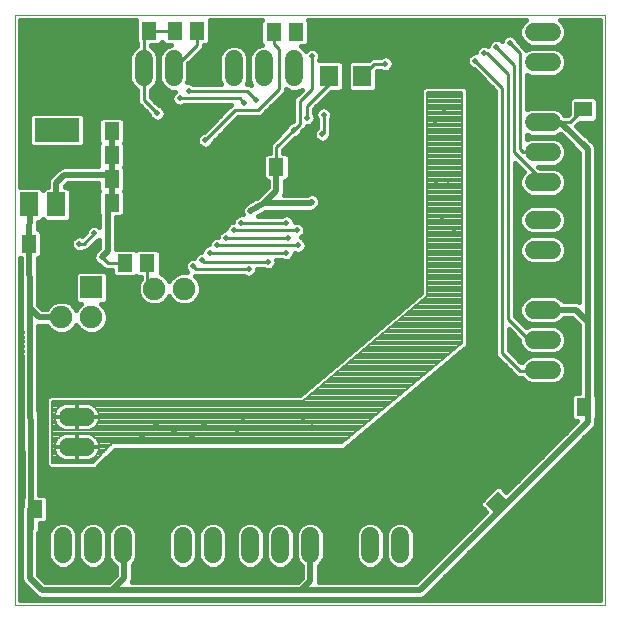
<source format=gbl>
G75*
%MOIN*%
%OFA0B0*%
%FSLAX25Y25*%
%IPPOS*%
%LPD*%
%AMOC8*
5,1,8,0,0,1.08239X$1,22.5*
%
%ADD10C,0.00000*%
%ADD11R,0.06299X0.07098*%
%ADD12C,0.06000*%
%ADD13R,0.05118X0.05906*%
%ADD14R,0.05906X0.05118*%
%ADD15C,0.23000*%
%ADD16C,0.07500*%
%ADD17R,0.07500X0.07500*%
%ADD18R,0.05900X0.07900*%
%ADD19R,0.15000X0.07900*%
%ADD20C,0.01600*%
%ADD21C,0.01950*%
%ADD22C,0.02000*%
%ADD23C,0.00800*%
%ADD24C,0.01000*%
%ADD25C,0.03000*%
D10*
X0034331Y0035000D02*
X0034331Y0231850D01*
X0231181Y0231850D01*
X0231181Y0035000D01*
X0034331Y0035000D01*
D11*
X0139000Y0211484D03*
X0150197Y0211484D03*
D12*
X0127331Y0211000D02*
X0127331Y0217000D01*
X0117331Y0217000D02*
X0117331Y0211000D01*
X0107331Y0211000D02*
X0107331Y0217000D01*
X0097331Y0217000D02*
X0097331Y0211000D01*
X0087331Y0211000D02*
X0087331Y0217000D01*
X0077331Y0217000D02*
X0077331Y0211000D01*
X0058000Y0107728D02*
X0052000Y0107728D01*
X0052000Y0097728D02*
X0058000Y0097728D01*
X0058000Y0087728D02*
X0052000Y0087728D01*
X0052000Y0077728D02*
X0058000Y0077728D01*
X0060331Y0058000D02*
X0060331Y0052000D01*
X0050331Y0052000D02*
X0050331Y0058000D01*
X0070331Y0058000D02*
X0070331Y0052000D01*
X0080331Y0052000D02*
X0080331Y0058000D01*
X0090331Y0058000D02*
X0090331Y0052000D01*
X0100331Y0052000D02*
X0100331Y0058000D01*
X0112831Y0058000D02*
X0112831Y0052000D01*
X0122831Y0052000D02*
X0122831Y0058000D01*
X0132831Y0058000D02*
X0132831Y0052000D01*
X0142831Y0052000D02*
X0142831Y0058000D01*
X0152831Y0058000D02*
X0152831Y0052000D01*
X0162831Y0052000D02*
X0162831Y0058000D01*
X0207331Y0113500D02*
X0213331Y0113500D01*
X0213331Y0123500D02*
X0207331Y0123500D01*
X0207331Y0133500D02*
X0213331Y0133500D01*
X0213331Y0143500D02*
X0207331Y0143500D01*
X0207331Y0153500D02*
X0213331Y0153500D01*
X0213331Y0163500D02*
X0207331Y0163500D01*
X0207331Y0176000D02*
X0213331Y0176000D01*
X0213331Y0186000D02*
X0207331Y0186000D01*
X0207331Y0196000D02*
X0213331Y0196000D01*
X0213331Y0206000D02*
X0207331Y0206000D01*
X0207331Y0216000D02*
X0213331Y0216000D01*
X0213331Y0226000D02*
X0207331Y0226000D01*
D13*
X0128071Y0226000D03*
X0120591Y0226000D03*
X0095071Y0226500D03*
X0087591Y0226500D03*
X0079071Y0226500D03*
X0071591Y0226500D03*
X0074071Y0193000D03*
X0066591Y0193000D03*
X0066591Y0185000D03*
X0074071Y0185000D03*
X0074071Y0177000D03*
X0066591Y0177000D03*
X0066591Y0169000D03*
X0074071Y0169000D03*
X0071091Y0149000D03*
X0078571Y0149000D03*
X0046571Y0155500D03*
X0039091Y0155500D03*
X0114091Y0181000D03*
X0121571Y0181000D03*
X0216591Y0101000D03*
X0224071Y0101000D03*
G36*
X0195546Y0072924D02*
X0199165Y0069305D01*
X0194990Y0065130D01*
X0191371Y0068749D01*
X0195546Y0072924D01*
G37*
G36*
X0190257Y0078213D02*
X0193876Y0074594D01*
X0189701Y0070419D01*
X0186082Y0074038D01*
X0190257Y0078213D01*
G37*
X0048571Y0067000D03*
X0041091Y0067000D03*
D14*
X0223831Y0200260D03*
X0223831Y0207740D03*
D15*
X0211496Y0054685D03*
X0054016Y0212165D03*
D16*
X0070831Y0140500D03*
X0080831Y0140500D03*
X0090831Y0140500D03*
X0059831Y0131000D03*
X0049831Y0131000D03*
D17*
X0049831Y0121000D03*
X0059831Y0141000D03*
D18*
X0057231Y0168600D03*
X0048231Y0168600D03*
X0039231Y0168600D03*
D19*
X0048331Y0193400D03*
D20*
X0057631Y0193253D02*
X0062231Y0193253D01*
X0062231Y0194851D02*
X0057631Y0194851D01*
X0057631Y0196450D02*
X0062231Y0196450D01*
X0062231Y0196698D02*
X0062231Y0189302D01*
X0062533Y0189000D01*
X0062231Y0188698D01*
X0062231Y0181302D01*
X0062233Y0181300D01*
X0050274Y0181300D01*
X0049245Y0180874D01*
X0048457Y0180086D01*
X0045857Y0177486D01*
X0045431Y0176457D01*
X0045431Y0174350D01*
X0044535Y0174350D01*
X0043731Y0173546D01*
X0042926Y0174350D01*
X0036131Y0174350D01*
X0036131Y0230050D01*
X0074712Y0230050D01*
X0074712Y0222802D01*
X0075031Y0222483D01*
X0075031Y0221243D01*
X0074612Y0221069D01*
X0073261Y0219719D01*
X0072531Y0217955D01*
X0072531Y0210045D01*
X0073261Y0208281D01*
X0074612Y0206931D01*
X0075031Y0206757D01*
X0075031Y0202547D01*
X0076378Y0201200D01*
X0079056Y0198522D01*
X0079056Y0198448D01*
X0079478Y0197428D01*
X0080259Y0196647D01*
X0081279Y0196225D01*
X0082383Y0196225D01*
X0083403Y0196647D01*
X0084183Y0197428D01*
X0084606Y0198448D01*
X0084606Y0199552D01*
X0084183Y0200572D01*
X0083403Y0201353D01*
X0082383Y0201775D01*
X0082308Y0201775D01*
X0079631Y0204453D01*
X0079631Y0206757D01*
X0080050Y0206931D01*
X0081400Y0208281D01*
X0082131Y0210045D01*
X0082131Y0217955D01*
X0081400Y0219719D01*
X0080050Y0221069D01*
X0079631Y0221243D01*
X0079631Y0221747D01*
X0082376Y0221747D01*
X0083331Y0222702D01*
X0084286Y0221747D01*
X0086249Y0221747D01*
X0084612Y0221069D01*
X0083261Y0219719D01*
X0082531Y0217955D01*
X0082531Y0210045D01*
X0083261Y0208281D01*
X0084612Y0206931D01*
X0086376Y0206200D01*
X0087606Y0206200D01*
X0086978Y0205572D01*
X0086556Y0204552D01*
X0086556Y0203448D01*
X0086978Y0202428D01*
X0087759Y0201647D01*
X0088779Y0201225D01*
X0089883Y0201225D01*
X0090903Y0201647D01*
X0090955Y0201700D01*
X0106278Y0201700D01*
X0105531Y0200953D01*
X0097353Y0192775D01*
X0097279Y0192775D01*
X0096259Y0192353D01*
X0095478Y0191572D01*
X0095056Y0190552D01*
X0095056Y0189448D01*
X0095478Y0188428D01*
X0096259Y0187647D01*
X0097279Y0187225D01*
X0098383Y0187225D01*
X0099403Y0187647D01*
X0100183Y0188428D01*
X0100606Y0189448D01*
X0100606Y0189522D01*
X0108783Y0197700D01*
X0116283Y0197700D01*
X0123283Y0204700D01*
X0124631Y0206047D01*
X0124631Y0206923D01*
X0126376Y0206200D01*
X0128285Y0206200D01*
X0129980Y0206902D01*
X0127031Y0203953D01*
X0127031Y0196453D01*
X0126853Y0196275D01*
X0126779Y0196275D01*
X0125759Y0195853D01*
X0124978Y0195072D01*
X0124556Y0194052D01*
X0124556Y0193978D01*
X0120618Y0190040D01*
X0119271Y0188693D01*
X0119271Y0185753D01*
X0118266Y0185753D01*
X0117212Y0184698D01*
X0117212Y0177302D01*
X0118266Y0176247D01*
X0118771Y0176247D01*
X0118771Y0174400D01*
X0115745Y0171374D01*
X0115628Y0171257D01*
X0111420Y0168919D01*
X0111259Y0168853D01*
X0111208Y0168801D01*
X0110984Y0168677D01*
X0110601Y0168195D01*
X0110478Y0168072D01*
X0110451Y0168005D01*
X0110291Y0167805D01*
X0110122Y0167213D01*
X0110056Y0167052D01*
X0110056Y0166980D01*
X0109985Y0166734D01*
X0110056Y0166122D01*
X0110056Y0165948D01*
X0110083Y0165881D01*
X0110113Y0165627D01*
X0110308Y0165275D01*
X0109279Y0165275D01*
X0108259Y0164853D01*
X0107478Y0164072D01*
X0107056Y0163052D01*
X0107056Y0162775D01*
X0106779Y0162775D01*
X0105759Y0162353D01*
X0104978Y0161572D01*
X0104556Y0160552D01*
X0104556Y0160275D01*
X0104279Y0160275D01*
X0103259Y0159853D01*
X0102478Y0159072D01*
X0102056Y0158052D01*
X0102056Y0157775D01*
X0101279Y0157775D01*
X0100259Y0157353D01*
X0099478Y0156572D01*
X0099056Y0155552D01*
X0099056Y0155275D01*
X0098779Y0155275D01*
X0097759Y0154853D01*
X0096978Y0154072D01*
X0096556Y0153052D01*
X0096556Y0152775D01*
X0096279Y0152775D01*
X0095259Y0152353D01*
X0094478Y0151572D01*
X0094148Y0150775D01*
X0093279Y0150775D01*
X0092259Y0150353D01*
X0091478Y0149572D01*
X0091056Y0148552D01*
X0091056Y0147448D01*
X0091478Y0146428D01*
X0091856Y0146050D01*
X0089727Y0146050D01*
X0087687Y0145205D01*
X0086126Y0143644D01*
X0085831Y0142932D01*
X0085536Y0143644D01*
X0083975Y0145205D01*
X0082930Y0145638D01*
X0082930Y0152698D01*
X0081876Y0153753D01*
X0075266Y0153753D01*
X0074831Y0153317D01*
X0074395Y0153753D01*
X0068131Y0153753D01*
X0068131Y0164247D01*
X0069895Y0164247D01*
X0070950Y0165302D01*
X0070950Y0172698D01*
X0070648Y0173000D01*
X0070950Y0173302D01*
X0070950Y0180698D01*
X0070648Y0181000D01*
X0070950Y0181302D01*
X0070950Y0188698D01*
X0070648Y0189000D01*
X0070950Y0189302D01*
X0070950Y0196698D01*
X0069895Y0197753D01*
X0063286Y0197753D01*
X0062231Y0196698D01*
X0057631Y0198048D02*
X0079221Y0198048D01*
X0077931Y0199647D02*
X0036131Y0199647D01*
X0036131Y0201245D02*
X0076333Y0201245D01*
X0075031Y0202844D02*
X0036131Y0202844D01*
X0036131Y0204442D02*
X0075031Y0204442D01*
X0075031Y0206041D02*
X0036131Y0206041D01*
X0036131Y0207639D02*
X0073903Y0207639D01*
X0072865Y0209238D02*
X0036131Y0209238D01*
X0036131Y0210836D02*
X0072531Y0210836D01*
X0072531Y0212435D02*
X0036131Y0212435D01*
X0036131Y0214033D02*
X0072531Y0214033D01*
X0072531Y0215632D02*
X0036131Y0215632D01*
X0036131Y0217230D02*
X0072531Y0217230D01*
X0072893Y0218829D02*
X0036131Y0218829D01*
X0036131Y0220427D02*
X0073970Y0220427D01*
X0075031Y0222026D02*
X0036131Y0222026D01*
X0036131Y0223624D02*
X0074712Y0223624D01*
X0074712Y0225223D02*
X0036131Y0225223D01*
X0036131Y0226821D02*
X0074712Y0226821D01*
X0074712Y0228420D02*
X0036131Y0228420D01*
X0036131Y0230018D02*
X0074712Y0230018D01*
X0082654Y0222026D02*
X0084007Y0222026D01*
X0083970Y0220427D02*
X0080692Y0220427D01*
X0081769Y0218829D02*
X0082893Y0218829D01*
X0082531Y0217230D02*
X0082131Y0217230D01*
X0082131Y0215632D02*
X0082531Y0215632D01*
X0082531Y0214033D02*
X0082131Y0214033D01*
X0082131Y0212435D02*
X0082531Y0212435D01*
X0082531Y0210836D02*
X0082131Y0210836D01*
X0081796Y0209238D02*
X0082865Y0209238D01*
X0083903Y0207639D02*
X0080758Y0207639D01*
X0079631Y0206041D02*
X0087447Y0206041D01*
X0086556Y0204442D02*
X0079641Y0204442D01*
X0081240Y0202844D02*
X0086806Y0202844D01*
X0088730Y0201245D02*
X0083510Y0201245D01*
X0084566Y0199647D02*
X0104225Y0199647D01*
X0105823Y0201245D02*
X0089931Y0201245D01*
X0084440Y0198048D02*
X0102626Y0198048D01*
X0101028Y0196450D02*
X0082925Y0196450D01*
X0080736Y0196450D02*
X0070950Y0196450D01*
X0070950Y0194851D02*
X0099429Y0194851D01*
X0097831Y0193253D02*
X0070950Y0193253D01*
X0070950Y0191654D02*
X0095560Y0191654D01*
X0095056Y0190056D02*
X0070950Y0190056D01*
X0070950Y0188457D02*
X0095466Y0188457D01*
X0100195Y0188457D02*
X0119271Y0188457D01*
X0119271Y0186859D02*
X0070950Y0186859D01*
X0070950Y0185260D02*
X0117774Y0185260D01*
X0117212Y0183662D02*
X0070950Y0183662D01*
X0070950Y0182063D02*
X0117212Y0182063D01*
X0117212Y0180465D02*
X0070950Y0180465D01*
X0070950Y0178866D02*
X0117212Y0178866D01*
X0117246Y0177268D02*
X0070950Y0177268D01*
X0070950Y0175669D02*
X0118771Y0175669D01*
X0118441Y0174070D02*
X0070950Y0174070D01*
X0070950Y0172472D02*
X0116843Y0172472D01*
X0114937Y0170873D02*
X0070950Y0170873D01*
X0070950Y0169275D02*
X0112060Y0169275D01*
X0110255Y0167676D02*
X0070950Y0167676D01*
X0070950Y0166078D02*
X0110056Y0166078D01*
X0107886Y0164479D02*
X0070127Y0164479D01*
X0068131Y0162881D02*
X0107056Y0162881D01*
X0104858Y0161282D02*
X0068131Y0161282D01*
X0068131Y0159684D02*
X0103090Y0159684D01*
X0102070Y0158085D02*
X0068131Y0158085D01*
X0068131Y0156487D02*
X0099443Y0156487D01*
X0097845Y0154888D02*
X0068131Y0154888D01*
X0062531Y0154888D02*
X0059972Y0154888D01*
X0061308Y0156225D02*
X0058283Y0153200D01*
X0057455Y0153200D01*
X0057403Y0153147D01*
X0056383Y0152725D01*
X0055279Y0152725D01*
X0054259Y0153147D01*
X0053478Y0153928D01*
X0053056Y0154948D01*
X0053056Y0156052D01*
X0053478Y0157072D01*
X0054259Y0157853D01*
X0055279Y0158275D01*
X0056383Y0158275D01*
X0056715Y0158137D01*
X0058056Y0159478D01*
X0058056Y0159552D01*
X0058478Y0160572D01*
X0059259Y0161353D01*
X0060279Y0161775D01*
X0061383Y0161775D01*
X0062403Y0161353D01*
X0062531Y0161224D01*
X0062531Y0165002D01*
X0062231Y0165302D01*
X0062231Y0172698D01*
X0062533Y0173000D01*
X0062231Y0173302D01*
X0062231Y0175700D01*
X0051991Y0175700D01*
X0051031Y0174740D01*
X0051031Y0174350D01*
X0051926Y0174350D01*
X0052981Y0173296D01*
X0052981Y0163904D01*
X0051926Y0162850D01*
X0044535Y0162850D01*
X0043731Y0163654D01*
X0042926Y0162850D01*
X0042027Y0162850D01*
X0041979Y0160253D01*
X0042395Y0160253D01*
X0043450Y0159198D01*
X0043450Y0151802D01*
X0042395Y0150747D01*
X0041944Y0150747D01*
X0042118Y0135173D01*
X0043491Y0133800D01*
X0044983Y0133800D01*
X0045126Y0134144D01*
X0046687Y0135705D01*
X0048727Y0136550D01*
X0050935Y0136550D01*
X0052975Y0135705D01*
X0054536Y0134144D01*
X0054831Y0133432D01*
X0055126Y0134144D01*
X0056432Y0135450D01*
X0055335Y0135450D01*
X0054281Y0136504D01*
X0054281Y0145496D01*
X0055335Y0146550D01*
X0064326Y0146550D01*
X0065381Y0145496D01*
X0065381Y0136504D01*
X0064326Y0135450D01*
X0063230Y0135450D01*
X0064536Y0134144D01*
X0065381Y0132104D01*
X0065381Y0129896D01*
X0064536Y0127856D01*
X0062975Y0126295D01*
X0060935Y0125450D01*
X0058727Y0125450D01*
X0056687Y0126295D01*
X0055126Y0127856D01*
X0054831Y0128568D01*
X0054536Y0127856D01*
X0052975Y0126295D01*
X0050935Y0125450D01*
X0048727Y0125450D01*
X0046687Y0126295D01*
X0045126Y0127856D01*
X0044983Y0128200D01*
X0042170Y0128200D01*
X0042554Y0071753D01*
X0044395Y0071753D01*
X0045450Y0070698D01*
X0045450Y0063302D01*
X0044395Y0062247D01*
X0042619Y0062247D01*
X0042630Y0060617D01*
X0042665Y0060159D01*
X0042634Y0060063D01*
X0042634Y0059962D01*
X0042462Y0059537D01*
X0042319Y0059101D01*
X0042253Y0059024D01*
X0042215Y0058930D01*
X0042131Y0058844D01*
X0042131Y0045160D01*
X0044490Y0042800D01*
X0065671Y0042800D01*
X0068031Y0045160D01*
X0068031Y0047757D01*
X0067612Y0047931D01*
X0066261Y0049281D01*
X0065531Y0051045D01*
X0065531Y0058955D01*
X0066261Y0060719D01*
X0067612Y0062069D01*
X0069376Y0062800D01*
X0071285Y0062800D01*
X0073050Y0062069D01*
X0074400Y0060719D01*
X0075131Y0058955D01*
X0075131Y0051045D01*
X0074400Y0049281D01*
X0073631Y0048512D01*
X0073631Y0043443D01*
X0073364Y0042800D01*
X0128671Y0042800D01*
X0130031Y0044160D01*
X0130031Y0048012D01*
X0128761Y0049281D01*
X0128031Y0051045D01*
X0128031Y0058955D01*
X0128761Y0060719D01*
X0130112Y0062069D01*
X0131876Y0062800D01*
X0133785Y0062800D01*
X0135550Y0062069D01*
X0136900Y0060719D01*
X0137631Y0058955D01*
X0137631Y0051045D01*
X0136900Y0049281D01*
X0135631Y0048012D01*
X0135631Y0042800D01*
X0168171Y0042800D01*
X0191472Y0066101D01*
X0189571Y0068003D01*
X0189571Y0069494D01*
X0194801Y0074724D01*
X0196292Y0074724D01*
X0198194Y0072823D01*
X0221618Y0096247D01*
X0220766Y0096247D01*
X0219712Y0097302D01*
X0219712Y0104698D01*
X0220766Y0105753D01*
X0222531Y0105753D01*
X0222531Y0128340D01*
X0220171Y0130700D01*
X0217319Y0130700D01*
X0216050Y0129431D01*
X0214285Y0128700D01*
X0206376Y0128700D01*
X0204612Y0129431D01*
X0203261Y0130781D01*
X0202531Y0132545D01*
X0202531Y0134455D01*
X0203261Y0136219D01*
X0204612Y0137569D01*
X0206376Y0138300D01*
X0214285Y0138300D01*
X0216050Y0137569D01*
X0217319Y0136300D01*
X0221888Y0136300D01*
X0222531Y0136034D01*
X0222531Y0185840D01*
X0216245Y0192126D01*
X0216050Y0191931D01*
X0214285Y0191200D01*
X0206376Y0191200D01*
X0205131Y0191716D01*
X0205131Y0190284D01*
X0206376Y0190800D01*
X0214285Y0190800D01*
X0216050Y0190069D01*
X0217400Y0188719D01*
X0218131Y0186955D01*
X0218131Y0185045D01*
X0217400Y0183281D01*
X0216050Y0181931D01*
X0214285Y0181200D01*
X0208883Y0181200D01*
X0209283Y0180800D01*
X0214285Y0180800D01*
X0216050Y0180069D01*
X0217400Y0178719D01*
X0218131Y0176955D01*
X0218131Y0175045D01*
X0217400Y0173281D01*
X0216050Y0171931D01*
X0214285Y0171200D01*
X0206376Y0171200D01*
X0204612Y0171931D01*
X0203261Y0173281D01*
X0202531Y0175045D01*
X0202531Y0176955D01*
X0203261Y0178719D01*
X0204060Y0179518D01*
X0201131Y0182447D01*
X0201131Y0131453D01*
X0204896Y0127687D01*
X0206376Y0128300D01*
X0214285Y0128300D01*
X0216050Y0127569D01*
X0217400Y0126219D01*
X0218131Y0124455D01*
X0218131Y0122545D01*
X0217400Y0120781D01*
X0216050Y0119431D01*
X0214285Y0118700D01*
X0206376Y0118700D01*
X0204612Y0119431D01*
X0203261Y0120781D01*
X0202531Y0122545D01*
X0202531Y0123547D01*
X0199131Y0126947D01*
X0199131Y0119953D01*
X0203145Y0115938D01*
X0203261Y0116219D01*
X0204612Y0117569D01*
X0206376Y0118300D01*
X0214285Y0118300D01*
X0216050Y0117569D01*
X0217400Y0116219D01*
X0218131Y0114455D01*
X0218131Y0112545D01*
X0217400Y0110781D01*
X0216050Y0109431D01*
X0214285Y0108700D01*
X0206376Y0108700D01*
X0204612Y0109431D01*
X0203342Y0110700D01*
X0201878Y0110700D01*
X0200531Y0112047D01*
X0194531Y0118047D01*
X0194531Y0206547D01*
X0187353Y0213725D01*
X0187279Y0213725D01*
X0186259Y0214147D01*
X0185478Y0214928D01*
X0185056Y0215948D01*
X0185056Y0217052D01*
X0185478Y0218072D01*
X0186259Y0218853D01*
X0187279Y0219275D01*
X0188056Y0219275D01*
X0188056Y0219552D01*
X0188478Y0220572D01*
X0189259Y0221353D01*
X0190279Y0221775D01*
X0191383Y0221775D01*
X0192056Y0221496D01*
X0192056Y0221552D01*
X0192478Y0222572D01*
X0193259Y0223353D01*
X0194279Y0223775D01*
X0195383Y0223775D01*
X0196403Y0223353D01*
X0196599Y0223156D01*
X0196978Y0224072D01*
X0197759Y0224853D01*
X0198779Y0225275D01*
X0199883Y0225275D01*
X0200903Y0224853D01*
X0201683Y0224072D01*
X0202106Y0223052D01*
X0202106Y0222978D01*
X0204896Y0220187D01*
X0206376Y0220800D01*
X0214285Y0220800D01*
X0216050Y0220069D01*
X0217400Y0218719D01*
X0218131Y0216955D01*
X0218131Y0215045D01*
X0217400Y0213281D01*
X0216050Y0211931D01*
X0214285Y0211200D01*
X0206376Y0211200D01*
X0205131Y0211716D01*
X0205131Y0200284D01*
X0206376Y0200800D01*
X0214285Y0200800D01*
X0216050Y0200069D01*
X0217400Y0198719D01*
X0217573Y0198300D01*
X0218618Y0198300D01*
X0219078Y0198760D01*
X0219078Y0203564D01*
X0220132Y0204619D01*
X0227529Y0204619D01*
X0228583Y0203564D01*
X0228583Y0196955D01*
X0227529Y0195901D01*
X0222724Y0195901D01*
X0221871Y0195047D01*
X0221557Y0194733D01*
X0227704Y0188586D01*
X0228131Y0187557D01*
X0228131Y0104998D01*
X0228430Y0104698D01*
X0228430Y0097302D01*
X0228131Y0097002D01*
X0228131Y0095443D01*
X0227704Y0094414D01*
X0226917Y0093626D01*
X0198167Y0064876D01*
X0170917Y0037626D01*
X0169888Y0037200D01*
X0042774Y0037200D01*
X0041745Y0037626D01*
X0040957Y0038414D01*
X0040957Y0038414D01*
X0037745Y0041626D01*
X0037745Y0041626D01*
X0036957Y0042414D01*
X0036531Y0043443D01*
X0036531Y0066892D01*
X0036496Y0067341D01*
X0036531Y0067446D01*
X0036531Y0067557D01*
X0036703Y0067972D01*
X0036731Y0068060D01*
X0036731Y0070698D01*
X0036960Y0070927D01*
X0036534Y0133434D01*
X0036531Y0133443D01*
X0036531Y0133984D01*
X0036343Y0150747D01*
X0036131Y0150747D01*
X0036131Y0036800D01*
X0229381Y0036800D01*
X0229381Y0230050D01*
X0216069Y0230050D01*
X0217400Y0228719D01*
X0218131Y0226955D01*
X0218131Y0225045D01*
X0217400Y0223281D01*
X0216050Y0221931D01*
X0214285Y0221200D01*
X0206376Y0221200D01*
X0204612Y0221931D01*
X0203261Y0223281D01*
X0202531Y0225045D01*
X0202531Y0226955D01*
X0203261Y0228719D01*
X0204593Y0230050D01*
X0132078Y0230050D01*
X0132430Y0229698D01*
X0132430Y0222302D01*
X0131376Y0221247D01*
X0129620Y0221247D01*
X0130050Y0221069D01*
X0131263Y0219856D01*
X0131759Y0220353D01*
X0132779Y0220775D01*
X0133883Y0220775D01*
X0134903Y0220353D01*
X0135683Y0219572D01*
X0136106Y0218552D01*
X0136106Y0217448D01*
X0135851Y0216833D01*
X0142895Y0216833D01*
X0143950Y0215779D01*
X0143950Y0207189D01*
X0142895Y0206135D01*
X0139718Y0206135D01*
X0134131Y0200547D01*
X0134131Y0199124D01*
X0134183Y0199072D01*
X0134556Y0198173D01*
X0134556Y0199052D01*
X0134978Y0200072D01*
X0135759Y0200853D01*
X0136779Y0201275D01*
X0137883Y0201275D01*
X0138903Y0200853D01*
X0139683Y0200072D01*
X0140106Y0199052D01*
X0140106Y0197948D01*
X0139683Y0196928D01*
X0139631Y0196876D01*
X0139631Y0191547D01*
X0139606Y0191522D01*
X0139606Y0191448D01*
X0139183Y0190428D01*
X0138403Y0189647D01*
X0137383Y0189225D01*
X0136279Y0189225D01*
X0135259Y0189647D01*
X0134478Y0190428D01*
X0134056Y0191448D01*
X0134056Y0192552D01*
X0134478Y0193572D01*
X0135031Y0194124D01*
X0135031Y0196876D01*
X0134978Y0196928D01*
X0134606Y0197827D01*
X0134606Y0196948D01*
X0134183Y0195928D01*
X0133403Y0195147D01*
X0132383Y0194725D01*
X0131631Y0194725D01*
X0131631Y0194547D01*
X0130283Y0193200D01*
X0130106Y0193022D01*
X0130106Y0192948D01*
X0129683Y0191928D01*
X0128903Y0191147D01*
X0127883Y0190725D01*
X0127808Y0190725D01*
X0123871Y0186787D01*
X0123871Y0185753D01*
X0124876Y0185753D01*
X0125930Y0184698D01*
X0125930Y0177302D01*
X0124876Y0176247D01*
X0124371Y0176247D01*
X0124371Y0172683D01*
X0124005Y0171800D01*
X0131671Y0171800D01*
X0131745Y0171874D01*
X0132774Y0172300D01*
X0133888Y0172300D01*
X0134917Y0171874D01*
X0135704Y0171086D01*
X0136131Y0170057D01*
X0136131Y0168943D01*
X0135704Y0167914D01*
X0135204Y0167414D01*
X0134417Y0166626D01*
X0133388Y0166200D01*
X0118056Y0166200D01*
X0115536Y0164800D01*
X0123206Y0164800D01*
X0123259Y0164853D01*
X0124279Y0165275D01*
X0125383Y0165275D01*
X0126403Y0164853D01*
X0127183Y0164072D01*
X0127606Y0163052D01*
X0127606Y0162703D01*
X0127779Y0162775D01*
X0128883Y0162775D01*
X0129903Y0162353D01*
X0130683Y0161572D01*
X0131106Y0160552D01*
X0131106Y0159448D01*
X0130683Y0158428D01*
X0129903Y0157647D01*
X0129797Y0157604D01*
X0130403Y0157353D01*
X0131183Y0156572D01*
X0131606Y0155552D01*
X0131606Y0154448D01*
X0131183Y0153428D01*
X0130403Y0152647D01*
X0129383Y0152225D01*
X0128279Y0152225D01*
X0127606Y0152504D01*
X0127606Y0151948D01*
X0127183Y0150928D01*
X0126403Y0150147D01*
X0125383Y0149725D01*
X0124279Y0149725D01*
X0123259Y0150147D01*
X0123206Y0150200D01*
X0121544Y0150200D01*
X0121606Y0150052D01*
X0121606Y0148948D01*
X0121183Y0147928D01*
X0120403Y0147147D01*
X0119383Y0146725D01*
X0118279Y0146725D01*
X0117259Y0147147D01*
X0117206Y0147200D01*
X0115106Y0147200D01*
X0115106Y0146448D01*
X0114683Y0145428D01*
X0113903Y0144647D01*
X0112883Y0144225D01*
X0111779Y0144225D01*
X0110759Y0144647D01*
X0110706Y0144700D01*
X0094480Y0144700D01*
X0095536Y0143644D01*
X0096381Y0141604D01*
X0096381Y0139396D01*
X0095536Y0137356D01*
X0093975Y0135795D01*
X0091935Y0134950D01*
X0089727Y0134950D01*
X0087687Y0135795D01*
X0086126Y0137356D01*
X0085831Y0138068D01*
X0085536Y0137356D01*
X0083975Y0135795D01*
X0081935Y0134950D01*
X0079727Y0134950D01*
X0077687Y0135795D01*
X0076126Y0137356D01*
X0075281Y0139396D01*
X0075281Y0141604D01*
X0076126Y0143644D01*
X0076271Y0143789D01*
X0076271Y0144247D01*
X0075266Y0144247D01*
X0074831Y0144683D01*
X0074395Y0144247D01*
X0067786Y0144247D01*
X0066731Y0145302D01*
X0066731Y0146700D01*
X0064378Y0146700D01*
X0062878Y0148200D01*
X0062774Y0148200D01*
X0061745Y0148626D01*
X0060957Y0149414D01*
X0060531Y0150443D01*
X0060531Y0151557D01*
X0060957Y0152586D01*
X0062531Y0154160D01*
X0062531Y0156776D01*
X0062403Y0156647D01*
X0061383Y0156225D01*
X0061308Y0156225D01*
X0062015Y0156487D02*
X0062531Y0156487D01*
X0061661Y0153290D02*
X0058373Y0153290D01*
X0060586Y0151691D02*
X0043339Y0151691D01*
X0043450Y0153290D02*
X0054116Y0153290D01*
X0053080Y0154888D02*
X0043450Y0154888D01*
X0043450Y0156487D02*
X0053236Y0156487D01*
X0054821Y0158085D02*
X0043450Y0158085D01*
X0042964Y0159684D02*
X0058110Y0159684D01*
X0059189Y0161282D02*
X0041998Y0161282D01*
X0042957Y0162881D02*
X0044504Y0162881D01*
X0051957Y0162881D02*
X0062531Y0162881D01*
X0062531Y0164479D02*
X0052981Y0164479D01*
X0052981Y0166078D02*
X0062231Y0166078D01*
X0062231Y0167676D02*
X0052981Y0167676D01*
X0052981Y0169275D02*
X0062231Y0169275D01*
X0062231Y0170873D02*
X0052981Y0170873D01*
X0052981Y0172472D02*
X0062231Y0172472D01*
X0062231Y0174070D02*
X0052206Y0174070D01*
X0051959Y0175669D02*
X0062231Y0175669D01*
X0062231Y0182063D02*
X0036131Y0182063D01*
X0036131Y0180465D02*
X0048835Y0180465D01*
X0047237Y0178866D02*
X0036131Y0178866D01*
X0036131Y0177268D02*
X0045766Y0177268D01*
X0045431Y0175669D02*
X0036131Y0175669D01*
X0043206Y0174070D02*
X0044256Y0174070D01*
X0036131Y0183662D02*
X0062231Y0183662D01*
X0062231Y0185260D02*
X0036131Y0185260D01*
X0036131Y0186859D02*
X0062231Y0186859D01*
X0062231Y0188457D02*
X0057383Y0188457D01*
X0057631Y0188704D02*
X0057631Y0198096D01*
X0056576Y0199150D01*
X0040085Y0199150D01*
X0039031Y0198096D01*
X0039031Y0188704D01*
X0040085Y0187650D01*
X0056576Y0187650D01*
X0057631Y0188704D01*
X0057631Y0190056D02*
X0062231Y0190056D01*
X0062231Y0191654D02*
X0057631Y0191654D01*
X0039031Y0191654D02*
X0036131Y0191654D01*
X0036131Y0190056D02*
X0039031Y0190056D01*
X0039278Y0188457D02*
X0036131Y0188457D01*
X0036131Y0193253D02*
X0039031Y0193253D01*
X0039031Y0194851D02*
X0036131Y0194851D01*
X0036131Y0196450D02*
X0039031Y0196450D01*
X0039031Y0198048D02*
X0036131Y0198048D01*
X0062473Y0161282D02*
X0062531Y0161282D01*
X0060676Y0150093D02*
X0041951Y0150093D01*
X0041969Y0148494D02*
X0062063Y0148494D01*
X0064182Y0146896D02*
X0041987Y0146896D01*
X0042005Y0145297D02*
X0054281Y0145297D01*
X0054281Y0143699D02*
X0042023Y0143699D01*
X0042040Y0142100D02*
X0054281Y0142100D01*
X0054281Y0140502D02*
X0042058Y0140502D01*
X0042076Y0138903D02*
X0054281Y0138903D01*
X0054281Y0137305D02*
X0042094Y0137305D01*
X0042112Y0135706D02*
X0046690Y0135706D01*
X0045111Y0134108D02*
X0043183Y0134108D01*
X0042174Y0127714D02*
X0045268Y0127714D01*
X0047121Y0126115D02*
X0042184Y0126115D01*
X0042195Y0124517D02*
X0152431Y0124517D01*
X0154326Y0126115D02*
X0062540Y0126115D01*
X0064393Y0127714D02*
X0156222Y0127714D01*
X0158117Y0129312D02*
X0065139Y0129312D01*
X0065381Y0130911D02*
X0160012Y0130911D01*
X0161908Y0132509D02*
X0065213Y0132509D01*
X0064551Y0134108D02*
X0163803Y0134108D01*
X0165699Y0135706D02*
X0093760Y0135706D01*
X0095484Y0137305D02*
X0167594Y0137305D01*
X0169489Y0138903D02*
X0096177Y0138903D01*
X0096381Y0140502D02*
X0169631Y0140502D01*
X0169631Y0139023D02*
X0129527Y0105200D01*
X0045919Y0105200D01*
X0044631Y0103911D01*
X0044631Y0081589D01*
X0045919Y0080300D01*
X0047742Y0080300D01*
X0061242Y0080300D01*
X0062531Y0081589D01*
X0067742Y0086800D01*
X0143234Y0086800D01*
X0144045Y0086728D01*
X0144130Y0086800D01*
X0144242Y0086800D01*
X0144818Y0087376D01*
X0184130Y0120300D01*
X0184242Y0120300D01*
X0184818Y0120876D01*
X0185442Y0121398D01*
X0185452Y0121510D01*
X0185531Y0121589D01*
X0185531Y0122403D01*
X0185602Y0123214D01*
X0185531Y0123300D01*
X0185531Y0206911D01*
X0184242Y0208200D01*
X0170919Y0208200D01*
X0169631Y0206911D01*
X0169631Y0139023D01*
X0169631Y0142100D02*
X0096175Y0142100D01*
X0095481Y0143699D02*
X0169631Y0143699D01*
X0169631Y0145297D02*
X0114552Y0145297D01*
X0115106Y0146896D02*
X0117866Y0146896D01*
X0119795Y0146896D02*
X0169631Y0146896D01*
X0169631Y0148494D02*
X0121418Y0148494D01*
X0121589Y0150093D02*
X0123391Y0150093D01*
X0126271Y0150093D02*
X0169631Y0150093D01*
X0169631Y0151691D02*
X0127499Y0151691D01*
X0131045Y0153290D02*
X0169631Y0153290D01*
X0169631Y0154888D02*
X0131606Y0154888D01*
X0131218Y0156487D02*
X0169631Y0156487D01*
X0169631Y0158085D02*
X0130341Y0158085D01*
X0131106Y0159684D02*
X0169631Y0159684D01*
X0169631Y0161282D02*
X0130803Y0161282D01*
X0127606Y0162881D02*
X0169631Y0162881D01*
X0169631Y0164479D02*
X0126776Y0164479D01*
X0124283Y0172472D02*
X0169631Y0172472D01*
X0169631Y0174070D02*
X0124371Y0174070D01*
X0124371Y0175669D02*
X0169631Y0175669D01*
X0169631Y0177268D02*
X0125896Y0177268D01*
X0125930Y0178866D02*
X0169631Y0178866D01*
X0169631Y0180465D02*
X0125930Y0180465D01*
X0125930Y0182063D02*
X0169631Y0182063D01*
X0169631Y0183662D02*
X0125930Y0183662D01*
X0125368Y0185260D02*
X0169631Y0185260D01*
X0169631Y0186859D02*
X0123942Y0186859D01*
X0125540Y0188457D02*
X0169631Y0188457D01*
X0169631Y0190056D02*
X0138811Y0190056D01*
X0139631Y0191654D02*
X0169631Y0191654D01*
X0169631Y0193253D02*
X0139631Y0193253D01*
X0139631Y0194851D02*
X0169631Y0194851D01*
X0169631Y0196450D02*
X0139631Y0196450D01*
X0140106Y0198048D02*
X0169631Y0198048D01*
X0169631Y0199647D02*
X0139859Y0199647D01*
X0137955Y0201245D02*
X0169631Y0201245D01*
X0169631Y0202844D02*
X0136427Y0202844D01*
X0136707Y0201245D02*
X0134829Y0201245D01*
X0134802Y0199647D02*
X0134131Y0199647D01*
X0134399Y0196450D02*
X0135031Y0196450D01*
X0135031Y0194851D02*
X0132687Y0194851D01*
X0134346Y0193253D02*
X0130336Y0193253D01*
X0129409Y0191654D02*
X0134056Y0191654D01*
X0134851Y0190056D02*
X0127139Y0190056D01*
X0123831Y0193253D02*
X0104336Y0193253D01*
X0105935Y0194851D02*
X0124887Y0194851D01*
X0127028Y0196450D02*
X0107533Y0196450D01*
X0102737Y0191654D02*
X0122232Y0191654D01*
X0120634Y0190056D02*
X0101139Y0190056D01*
X0116632Y0198048D02*
X0127031Y0198048D01*
X0127031Y0199647D02*
X0118230Y0199647D01*
X0119829Y0201245D02*
X0127031Y0201245D01*
X0127031Y0202844D02*
X0121427Y0202844D01*
X0123026Y0204442D02*
X0127520Y0204442D01*
X0129119Y0206041D02*
X0124624Y0206041D01*
X0113233Y0208351D02*
X0112783Y0208800D01*
X0111615Y0208800D01*
X0112131Y0210045D01*
X0112131Y0217955D01*
X0111400Y0219719D01*
X0110050Y0221069D01*
X0108285Y0221800D01*
X0106376Y0221800D01*
X0104612Y0221069D01*
X0103261Y0219719D01*
X0102531Y0217955D01*
X0102531Y0210045D01*
X0103047Y0208800D01*
X0093955Y0208800D01*
X0093903Y0208853D01*
X0092883Y0209275D01*
X0091812Y0209275D01*
X0092131Y0210045D01*
X0092131Y0215547D01*
X0097371Y0220787D01*
X0097371Y0221747D01*
X0098376Y0221747D01*
X0099430Y0222802D01*
X0099430Y0230050D01*
X0116584Y0230050D01*
X0116231Y0229698D01*
X0116231Y0222302D01*
X0116733Y0221800D01*
X0116376Y0221800D01*
X0114612Y0221069D01*
X0113261Y0219719D01*
X0112531Y0217955D01*
X0112531Y0210045D01*
X0113233Y0208351D01*
X0112865Y0209238D02*
X0111796Y0209238D01*
X0112131Y0210836D02*
X0112531Y0210836D01*
X0112531Y0212435D02*
X0112131Y0212435D01*
X0112131Y0214033D02*
X0112531Y0214033D01*
X0112531Y0215632D02*
X0112131Y0215632D01*
X0112131Y0217230D02*
X0112531Y0217230D01*
X0112893Y0218829D02*
X0111769Y0218829D01*
X0110692Y0220427D02*
X0113970Y0220427D01*
X0116507Y0222026D02*
X0098654Y0222026D01*
X0099430Y0223624D02*
X0116231Y0223624D01*
X0116231Y0225223D02*
X0099430Y0225223D01*
X0099430Y0226821D02*
X0116231Y0226821D01*
X0116231Y0228420D02*
X0099430Y0228420D01*
X0099430Y0230018D02*
X0116552Y0230018D01*
X0103970Y0220427D02*
X0097011Y0220427D01*
X0095412Y0218829D02*
X0102893Y0218829D01*
X0102531Y0217230D02*
X0093814Y0217230D01*
X0092215Y0215632D02*
X0102531Y0215632D01*
X0102531Y0214033D02*
X0092131Y0214033D01*
X0092131Y0212435D02*
X0102531Y0212435D01*
X0102531Y0210836D02*
X0092131Y0210836D01*
X0092973Y0209238D02*
X0102865Y0209238D01*
X0130692Y0220427D02*
X0131939Y0220427D01*
X0132154Y0222026D02*
X0192252Y0222026D01*
X0193915Y0223624D02*
X0132430Y0223624D01*
X0132430Y0225223D02*
X0198653Y0225223D01*
X0200009Y0225223D02*
X0202531Y0225223D01*
X0202531Y0226821D02*
X0132430Y0226821D01*
X0132430Y0228420D02*
X0203138Y0228420D01*
X0204561Y0230018D02*
X0132110Y0230018D01*
X0134722Y0220427D02*
X0188418Y0220427D01*
X0186235Y0218829D02*
X0135991Y0218829D01*
X0136016Y0217230D02*
X0152690Y0217230D01*
X0152293Y0216833D02*
X0153260Y0217800D01*
X0156206Y0217800D01*
X0156259Y0217853D01*
X0157279Y0218275D01*
X0158383Y0218275D01*
X0159403Y0217853D01*
X0160183Y0217072D01*
X0160606Y0216052D01*
X0160606Y0214948D01*
X0160183Y0213928D01*
X0159403Y0213147D01*
X0158383Y0212725D01*
X0157279Y0212725D01*
X0156259Y0213147D01*
X0156206Y0213200D01*
X0155165Y0213200D01*
X0155146Y0213181D01*
X0155146Y0207189D01*
X0154092Y0206135D01*
X0146302Y0206135D01*
X0145247Y0207189D01*
X0145247Y0215779D01*
X0146302Y0216833D01*
X0152293Y0216833D01*
X0155146Y0212435D02*
X0188643Y0212435D01*
X0190242Y0210836D02*
X0155146Y0210836D01*
X0155146Y0209238D02*
X0191840Y0209238D01*
X0193439Y0207639D02*
X0184803Y0207639D01*
X0185531Y0206041D02*
X0194531Y0206041D01*
X0194531Y0204442D02*
X0185531Y0204442D01*
X0185531Y0202844D02*
X0194531Y0202844D01*
X0194531Y0201245D02*
X0185531Y0201245D01*
X0185531Y0199647D02*
X0194531Y0199647D01*
X0194531Y0198048D02*
X0185531Y0198048D01*
X0185531Y0196450D02*
X0194531Y0196450D01*
X0194531Y0194851D02*
X0185531Y0194851D01*
X0185531Y0193253D02*
X0194531Y0193253D01*
X0194531Y0191654D02*
X0185531Y0191654D01*
X0185531Y0190056D02*
X0194531Y0190056D01*
X0194531Y0188457D02*
X0185531Y0188457D01*
X0185531Y0186859D02*
X0194531Y0186859D01*
X0194531Y0185260D02*
X0185531Y0185260D01*
X0185531Y0183662D02*
X0194531Y0183662D01*
X0194531Y0182063D02*
X0185531Y0182063D01*
X0185531Y0180465D02*
X0194531Y0180465D01*
X0194531Y0178866D02*
X0185531Y0178866D01*
X0185531Y0177268D02*
X0194531Y0177268D01*
X0194531Y0175669D02*
X0185531Y0175669D01*
X0185531Y0174070D02*
X0194531Y0174070D01*
X0194531Y0172472D02*
X0185531Y0172472D01*
X0185531Y0170873D02*
X0194531Y0170873D01*
X0194531Y0169275D02*
X0185531Y0169275D01*
X0185531Y0167676D02*
X0194531Y0167676D01*
X0194531Y0166078D02*
X0185531Y0166078D01*
X0185531Y0164479D02*
X0194531Y0164479D01*
X0194531Y0162881D02*
X0185531Y0162881D01*
X0185531Y0161282D02*
X0194531Y0161282D01*
X0194531Y0159684D02*
X0185531Y0159684D01*
X0185531Y0158085D02*
X0194531Y0158085D01*
X0194531Y0156487D02*
X0185531Y0156487D01*
X0185531Y0154888D02*
X0194531Y0154888D01*
X0194531Y0153290D02*
X0185531Y0153290D01*
X0185531Y0151691D02*
X0194531Y0151691D01*
X0194531Y0150093D02*
X0185531Y0150093D01*
X0185531Y0148494D02*
X0194531Y0148494D01*
X0194531Y0146896D02*
X0185531Y0146896D01*
X0185531Y0145297D02*
X0194531Y0145297D01*
X0194531Y0143699D02*
X0185531Y0143699D01*
X0185531Y0142100D02*
X0194531Y0142100D01*
X0194531Y0140502D02*
X0185531Y0140502D01*
X0185531Y0138903D02*
X0194531Y0138903D01*
X0194531Y0137305D02*
X0185531Y0137305D01*
X0185531Y0135706D02*
X0194531Y0135706D01*
X0194531Y0134108D02*
X0185531Y0134108D01*
X0185531Y0132509D02*
X0194531Y0132509D01*
X0194531Y0130911D02*
X0185531Y0130911D01*
X0185531Y0129312D02*
X0194531Y0129312D01*
X0194531Y0127714D02*
X0185531Y0127714D01*
X0185531Y0126115D02*
X0194531Y0126115D01*
X0194531Y0124517D02*
X0185531Y0124517D01*
X0185576Y0122918D02*
X0194531Y0122918D01*
X0194531Y0121320D02*
X0185348Y0121320D01*
X0183439Y0119721D02*
X0194531Y0119721D01*
X0194531Y0118123D02*
X0181530Y0118123D01*
X0179622Y0116524D02*
X0196054Y0116524D01*
X0197652Y0114926D02*
X0177713Y0114926D01*
X0175804Y0113327D02*
X0199251Y0113327D01*
X0200849Y0111729D02*
X0173896Y0111729D01*
X0171987Y0110130D02*
X0203912Y0110130D01*
X0203567Y0116524D02*
X0202559Y0116524D01*
X0200961Y0118123D02*
X0205948Y0118123D01*
X0204321Y0119721D02*
X0199362Y0119721D01*
X0199131Y0121320D02*
X0203038Y0121320D01*
X0202531Y0122918D02*
X0199131Y0122918D01*
X0199131Y0124517D02*
X0201561Y0124517D01*
X0199963Y0126115D02*
X0199131Y0126115D01*
X0203271Y0129312D02*
X0204898Y0129312D01*
X0204870Y0127714D02*
X0204960Y0127714D01*
X0203208Y0130911D02*
X0201673Y0130911D01*
X0201131Y0132509D02*
X0202546Y0132509D01*
X0202531Y0134108D02*
X0201131Y0134108D01*
X0201131Y0135706D02*
X0203049Y0135706D01*
X0204347Y0137305D02*
X0201131Y0137305D01*
X0201131Y0138903D02*
X0222531Y0138903D01*
X0222531Y0137305D02*
X0216314Y0137305D01*
X0222531Y0140502D02*
X0201131Y0140502D01*
X0201131Y0142100D02*
X0222531Y0142100D01*
X0222531Y0143699D02*
X0201131Y0143699D01*
X0201131Y0145297D02*
X0222531Y0145297D01*
X0222531Y0146896D02*
X0201131Y0146896D01*
X0201131Y0148494D02*
X0222531Y0148494D01*
X0222531Y0150093D02*
X0216712Y0150093D01*
X0216050Y0149431D02*
X0217400Y0150781D01*
X0218131Y0152545D01*
X0218131Y0154455D01*
X0217400Y0156219D01*
X0216050Y0157569D01*
X0214285Y0158300D01*
X0206376Y0158300D01*
X0204612Y0157569D01*
X0203261Y0156219D01*
X0202531Y0154455D01*
X0202531Y0152545D01*
X0203261Y0150781D01*
X0204612Y0149431D01*
X0206376Y0148700D01*
X0214285Y0148700D01*
X0216050Y0149431D01*
X0217777Y0151691D02*
X0222531Y0151691D01*
X0222531Y0153290D02*
X0218131Y0153290D01*
X0217951Y0154888D02*
X0222531Y0154888D01*
X0222531Y0156487D02*
X0217132Y0156487D01*
X0214804Y0158085D02*
X0222531Y0158085D01*
X0222531Y0159684D02*
X0216303Y0159684D01*
X0216050Y0159431D02*
X0217400Y0160781D01*
X0218131Y0162545D01*
X0218131Y0164455D01*
X0217400Y0166219D01*
X0216050Y0167569D01*
X0214285Y0168300D01*
X0206376Y0168300D01*
X0204612Y0167569D01*
X0203261Y0166219D01*
X0202531Y0164455D01*
X0202531Y0162545D01*
X0203261Y0160781D01*
X0204612Y0159431D01*
X0206376Y0158700D01*
X0214285Y0158700D01*
X0216050Y0159431D01*
X0217608Y0161282D02*
X0222531Y0161282D01*
X0222531Y0162881D02*
X0218131Y0162881D01*
X0218120Y0164479D02*
X0222531Y0164479D01*
X0222531Y0166078D02*
X0217458Y0166078D01*
X0215791Y0167676D02*
X0222531Y0167676D01*
X0222531Y0169275D02*
X0201131Y0169275D01*
X0201131Y0170873D02*
X0222531Y0170873D01*
X0222531Y0172472D02*
X0216591Y0172472D01*
X0217727Y0174070D02*
X0222531Y0174070D01*
X0222531Y0175669D02*
X0218131Y0175669D01*
X0218001Y0177268D02*
X0222531Y0177268D01*
X0222531Y0178866D02*
X0217253Y0178866D01*
X0215095Y0180465D02*
X0222531Y0180465D01*
X0222531Y0182063D02*
X0216182Y0182063D01*
X0217558Y0183662D02*
X0222531Y0183662D01*
X0222531Y0185260D02*
X0218131Y0185260D01*
X0218131Y0186859D02*
X0221512Y0186859D01*
X0219914Y0188457D02*
X0217508Y0188457D01*
X0218315Y0190056D02*
X0216063Y0190056D01*
X0216717Y0191654D02*
X0215382Y0191654D01*
X0221675Y0194851D02*
X0229381Y0194851D01*
X0229381Y0193253D02*
X0223038Y0193253D01*
X0224636Y0191654D02*
X0229381Y0191654D01*
X0229381Y0190056D02*
X0226235Y0190056D01*
X0227758Y0188457D02*
X0229381Y0188457D01*
X0229381Y0186859D02*
X0228131Y0186859D01*
X0228131Y0185260D02*
X0229381Y0185260D01*
X0229381Y0183662D02*
X0228131Y0183662D01*
X0228131Y0182063D02*
X0229381Y0182063D01*
X0229381Y0180465D02*
X0228131Y0180465D01*
X0228131Y0178866D02*
X0229381Y0178866D01*
X0229381Y0177268D02*
X0228131Y0177268D01*
X0228131Y0175669D02*
X0229381Y0175669D01*
X0229381Y0174070D02*
X0228131Y0174070D01*
X0228131Y0172472D02*
X0229381Y0172472D01*
X0229381Y0170873D02*
X0228131Y0170873D01*
X0228131Y0169275D02*
X0229381Y0169275D01*
X0229381Y0167676D02*
X0228131Y0167676D01*
X0228131Y0166078D02*
X0229381Y0166078D01*
X0229381Y0164479D02*
X0228131Y0164479D01*
X0228131Y0162881D02*
X0229381Y0162881D01*
X0229381Y0161282D02*
X0228131Y0161282D01*
X0228131Y0159684D02*
X0229381Y0159684D01*
X0229381Y0158085D02*
X0228131Y0158085D01*
X0228131Y0156487D02*
X0229381Y0156487D01*
X0229381Y0154888D02*
X0228131Y0154888D01*
X0228131Y0153290D02*
X0229381Y0153290D01*
X0229381Y0151691D02*
X0228131Y0151691D01*
X0228131Y0150093D02*
X0229381Y0150093D01*
X0229381Y0148494D02*
X0228131Y0148494D01*
X0228131Y0146896D02*
X0229381Y0146896D01*
X0229381Y0145297D02*
X0228131Y0145297D01*
X0228131Y0143699D02*
X0229381Y0143699D01*
X0229381Y0142100D02*
X0228131Y0142100D01*
X0228131Y0140502D02*
X0229381Y0140502D01*
X0229381Y0138903D02*
X0228131Y0138903D01*
X0228131Y0137305D02*
X0229381Y0137305D01*
X0229381Y0135706D02*
X0228131Y0135706D01*
X0228131Y0134108D02*
X0229381Y0134108D01*
X0229381Y0132509D02*
X0228131Y0132509D01*
X0228131Y0130911D02*
X0229381Y0130911D01*
X0229381Y0129312D02*
X0228131Y0129312D01*
X0228131Y0127714D02*
X0229381Y0127714D01*
X0229381Y0126115D02*
X0228131Y0126115D01*
X0228131Y0124517D02*
X0229381Y0124517D01*
X0229381Y0122918D02*
X0228131Y0122918D01*
X0228131Y0121320D02*
X0229381Y0121320D01*
X0229381Y0119721D02*
X0228131Y0119721D01*
X0228131Y0118123D02*
X0229381Y0118123D01*
X0229381Y0116524D02*
X0228131Y0116524D01*
X0228131Y0114926D02*
X0229381Y0114926D01*
X0229381Y0113327D02*
X0228131Y0113327D01*
X0228131Y0111729D02*
X0229381Y0111729D01*
X0229381Y0110130D02*
X0228131Y0110130D01*
X0228131Y0108532D02*
X0229381Y0108532D01*
X0229381Y0106933D02*
X0228131Y0106933D01*
X0228131Y0105334D02*
X0229381Y0105334D01*
X0229381Y0103736D02*
X0228430Y0103736D01*
X0228430Y0102137D02*
X0229381Y0102137D01*
X0229381Y0100539D02*
X0228430Y0100539D01*
X0228430Y0098940D02*
X0229381Y0098940D01*
X0229381Y0097342D02*
X0228430Y0097342D01*
X0228131Y0095743D02*
X0229381Y0095743D01*
X0229381Y0094145D02*
X0227435Y0094145D01*
X0225837Y0092546D02*
X0229381Y0092546D01*
X0229381Y0090948D02*
X0224238Y0090948D01*
X0222640Y0089349D02*
X0229381Y0089349D01*
X0229381Y0087751D02*
X0221041Y0087751D01*
X0219443Y0086152D02*
X0229381Y0086152D01*
X0229381Y0084554D02*
X0217844Y0084554D01*
X0216246Y0082955D02*
X0229381Y0082955D01*
X0229381Y0081357D02*
X0214647Y0081357D01*
X0213049Y0079758D02*
X0229381Y0079758D01*
X0229381Y0078160D02*
X0211450Y0078160D01*
X0209852Y0076561D02*
X0229381Y0076561D01*
X0229381Y0074963D02*
X0208253Y0074963D01*
X0206655Y0073364D02*
X0229381Y0073364D01*
X0229381Y0071766D02*
X0205056Y0071766D01*
X0203458Y0070167D02*
X0229381Y0070167D01*
X0229381Y0068569D02*
X0201859Y0068569D01*
X0200261Y0066970D02*
X0229381Y0066970D01*
X0229381Y0065372D02*
X0198662Y0065372D01*
X0197064Y0063773D02*
X0229381Y0063773D01*
X0229381Y0062175D02*
X0195465Y0062175D01*
X0193867Y0060576D02*
X0229381Y0060576D01*
X0229381Y0058978D02*
X0192268Y0058978D01*
X0190670Y0057379D02*
X0229381Y0057379D01*
X0229381Y0055781D02*
X0189071Y0055781D01*
X0187473Y0054182D02*
X0229381Y0054182D01*
X0229381Y0052584D02*
X0185874Y0052584D01*
X0184276Y0050985D02*
X0229381Y0050985D01*
X0229381Y0049387D02*
X0182677Y0049387D01*
X0181079Y0047788D02*
X0229381Y0047788D01*
X0229381Y0046190D02*
X0179480Y0046190D01*
X0177882Y0044591D02*
X0229381Y0044591D01*
X0229381Y0042993D02*
X0176283Y0042993D01*
X0174685Y0041394D02*
X0229381Y0041394D01*
X0229381Y0039796D02*
X0173086Y0039796D01*
X0171488Y0038197D02*
X0229381Y0038197D01*
X0198735Y0073364D02*
X0197652Y0073364D01*
X0200334Y0074963D02*
X0042532Y0074963D01*
X0042522Y0076561D02*
X0201932Y0076561D01*
X0203531Y0078160D02*
X0042511Y0078160D01*
X0042500Y0079758D02*
X0205129Y0079758D01*
X0206728Y0081357D02*
X0062299Y0081357D01*
X0063897Y0082955D02*
X0208326Y0082955D01*
X0209925Y0084554D02*
X0065496Y0084554D01*
X0067094Y0086152D02*
X0211523Y0086152D01*
X0213122Y0087751D02*
X0145266Y0087751D01*
X0147174Y0089349D02*
X0214720Y0089349D01*
X0216319Y0090948D02*
X0149083Y0090948D01*
X0150992Y0092546D02*
X0217917Y0092546D01*
X0219516Y0094145D02*
X0152900Y0094145D01*
X0154809Y0095743D02*
X0221114Y0095743D01*
X0219712Y0097342D02*
X0156718Y0097342D01*
X0158626Y0098940D02*
X0219712Y0098940D01*
X0219712Y0100539D02*
X0160535Y0100539D01*
X0162444Y0102137D02*
X0219712Y0102137D01*
X0219712Y0103736D02*
X0164352Y0103736D01*
X0166261Y0105334D02*
X0220348Y0105334D01*
X0222531Y0106933D02*
X0168170Y0106933D01*
X0170078Y0108532D02*
X0222531Y0108532D01*
X0222531Y0110130D02*
X0216749Y0110130D01*
X0217792Y0111729D02*
X0222531Y0111729D01*
X0222531Y0113327D02*
X0218131Y0113327D01*
X0217936Y0114926D02*
X0222531Y0114926D01*
X0222531Y0116524D02*
X0217095Y0116524D01*
X0214714Y0118123D02*
X0222531Y0118123D01*
X0222531Y0119721D02*
X0216340Y0119721D01*
X0217623Y0121320D02*
X0222531Y0121320D01*
X0222531Y0122918D02*
X0218131Y0122918D01*
X0218105Y0124517D02*
X0222531Y0124517D01*
X0222531Y0126115D02*
X0217443Y0126115D01*
X0215701Y0127714D02*
X0222531Y0127714D01*
X0221559Y0129312D02*
X0215763Y0129312D01*
X0203950Y0150093D02*
X0201131Y0150093D01*
X0201131Y0151691D02*
X0202884Y0151691D01*
X0202531Y0153290D02*
X0201131Y0153290D01*
X0201131Y0154888D02*
X0202710Y0154888D01*
X0203529Y0156487D02*
X0201131Y0156487D01*
X0201131Y0158085D02*
X0205858Y0158085D01*
X0204359Y0159684D02*
X0201131Y0159684D01*
X0201131Y0161282D02*
X0203054Y0161282D01*
X0202531Y0162881D02*
X0201131Y0162881D01*
X0201131Y0164479D02*
X0202541Y0164479D01*
X0203203Y0166078D02*
X0201131Y0166078D01*
X0201131Y0167676D02*
X0204871Y0167676D01*
X0204071Y0172472D02*
X0201131Y0172472D01*
X0201131Y0174070D02*
X0202934Y0174070D01*
X0202531Y0175669D02*
X0201131Y0175669D01*
X0201131Y0177268D02*
X0202660Y0177268D01*
X0203409Y0178866D02*
X0201131Y0178866D01*
X0201131Y0180465D02*
X0203113Y0180465D01*
X0201515Y0182063D02*
X0201131Y0182063D01*
X0205131Y0191654D02*
X0205280Y0191654D01*
X0205131Y0201245D02*
X0219078Y0201245D01*
X0219078Y0199647D02*
X0216472Y0199647D01*
X0219078Y0202844D02*
X0205131Y0202844D01*
X0205131Y0204442D02*
X0219956Y0204442D01*
X0216554Y0212435D02*
X0229381Y0212435D01*
X0229381Y0214033D02*
X0217712Y0214033D01*
X0218131Y0215632D02*
X0229381Y0215632D01*
X0229381Y0217230D02*
X0218017Y0217230D01*
X0217290Y0218829D02*
X0229381Y0218829D01*
X0229381Y0220427D02*
X0215185Y0220427D01*
X0216145Y0222026D02*
X0229381Y0222026D01*
X0229381Y0223624D02*
X0217542Y0223624D01*
X0218131Y0225223D02*
X0229381Y0225223D01*
X0229381Y0226821D02*
X0218131Y0226821D01*
X0217524Y0228420D02*
X0229381Y0228420D01*
X0229381Y0230018D02*
X0216101Y0230018D01*
X0204517Y0222026D02*
X0203058Y0222026D01*
X0203119Y0223624D02*
X0201869Y0223624D01*
X0204656Y0220427D02*
X0205476Y0220427D01*
X0196793Y0223624D02*
X0195746Y0223624D01*
X0185130Y0217230D02*
X0160025Y0217230D01*
X0160606Y0215632D02*
X0185187Y0215632D01*
X0186534Y0214033D02*
X0160227Y0214033D01*
X0155146Y0207639D02*
X0170359Y0207639D01*
X0169631Y0206041D02*
X0139624Y0206041D01*
X0138026Y0204442D02*
X0169631Y0204442D01*
X0145247Y0207639D02*
X0143950Y0207639D01*
X0143950Y0209238D02*
X0145247Y0209238D01*
X0145247Y0210836D02*
X0143950Y0210836D01*
X0143950Y0212435D02*
X0145247Y0212435D01*
X0145247Y0214033D02*
X0143950Y0214033D01*
X0143950Y0215632D02*
X0145247Y0215632D01*
X0135792Y0170873D02*
X0169631Y0170873D01*
X0169631Y0169275D02*
X0136131Y0169275D01*
X0135467Y0167676D02*
X0169631Y0167676D01*
X0169631Y0166078D02*
X0117837Y0166078D01*
X0096654Y0153290D02*
X0082338Y0153290D01*
X0082930Y0151691D02*
X0094598Y0151691D01*
X0091999Y0150093D02*
X0082930Y0150093D01*
X0082930Y0148494D02*
X0091056Y0148494D01*
X0091284Y0146896D02*
X0082930Y0146896D01*
X0083752Y0145297D02*
X0087910Y0145297D01*
X0086181Y0143699D02*
X0085481Y0143699D01*
X0085484Y0137305D02*
X0086177Y0137305D01*
X0087901Y0135706D02*
X0083760Y0135706D01*
X0077901Y0135706D02*
X0064583Y0135706D01*
X0065381Y0137305D02*
X0076177Y0137305D01*
X0075485Y0138903D02*
X0065381Y0138903D01*
X0065381Y0140502D02*
X0075281Y0140502D01*
X0075486Y0142100D02*
X0065381Y0142100D01*
X0065381Y0143699D02*
X0076181Y0143699D01*
X0066736Y0145297D02*
X0065381Y0145297D01*
X0055079Y0135706D02*
X0052972Y0135706D01*
X0054551Y0134108D02*
X0055111Y0134108D01*
X0055268Y0127714D02*
X0054393Y0127714D01*
X0052540Y0126115D02*
X0057121Y0126115D01*
X0042206Y0122918D02*
X0150536Y0122918D01*
X0148640Y0121320D02*
X0042217Y0121320D01*
X0042228Y0119721D02*
X0146745Y0119721D01*
X0144849Y0118123D02*
X0042239Y0118123D01*
X0042250Y0116524D02*
X0142954Y0116524D01*
X0141059Y0114926D02*
X0042261Y0114926D01*
X0042271Y0113327D02*
X0139163Y0113327D01*
X0137268Y0111729D02*
X0042282Y0111729D01*
X0042293Y0110130D02*
X0135372Y0110130D01*
X0133477Y0108532D02*
X0042304Y0108532D01*
X0042315Y0106933D02*
X0131582Y0106933D01*
X0129686Y0105334D02*
X0042326Y0105334D01*
X0042337Y0103736D02*
X0044631Y0103736D01*
X0044631Y0102137D02*
X0042348Y0102137D01*
X0042358Y0100539D02*
X0044631Y0100539D01*
X0044631Y0098940D02*
X0042369Y0098940D01*
X0042380Y0097342D02*
X0044631Y0097342D01*
X0044631Y0095743D02*
X0042391Y0095743D01*
X0042402Y0094145D02*
X0044631Y0094145D01*
X0044631Y0092546D02*
X0042413Y0092546D01*
X0042424Y0090948D02*
X0044631Y0090948D01*
X0044631Y0089349D02*
X0042435Y0089349D01*
X0042445Y0087751D02*
X0044631Y0087751D01*
X0044631Y0086152D02*
X0042456Y0086152D01*
X0042467Y0084554D02*
X0044631Y0084554D01*
X0044631Y0082955D02*
X0042478Y0082955D01*
X0042489Y0081357D02*
X0044863Y0081357D01*
X0036889Y0081357D02*
X0036131Y0081357D01*
X0036131Y0082955D02*
X0036878Y0082955D01*
X0036867Y0084554D02*
X0036131Y0084554D01*
X0036131Y0086152D02*
X0036856Y0086152D01*
X0036845Y0087751D02*
X0036131Y0087751D01*
X0036131Y0089349D02*
X0036834Y0089349D01*
X0036824Y0090948D02*
X0036131Y0090948D01*
X0036131Y0092546D02*
X0036813Y0092546D01*
X0036802Y0094145D02*
X0036131Y0094145D01*
X0036131Y0095743D02*
X0036791Y0095743D01*
X0036780Y0097342D02*
X0036131Y0097342D01*
X0036131Y0098940D02*
X0036769Y0098940D01*
X0036758Y0100539D02*
X0036131Y0100539D01*
X0036131Y0102137D02*
X0036747Y0102137D01*
X0036737Y0103736D02*
X0036131Y0103736D01*
X0036131Y0105334D02*
X0036726Y0105334D01*
X0036715Y0106933D02*
X0036131Y0106933D01*
X0036131Y0108532D02*
X0036704Y0108532D01*
X0036693Y0110130D02*
X0036131Y0110130D01*
X0036131Y0111729D02*
X0036682Y0111729D01*
X0036671Y0113327D02*
X0036131Y0113327D01*
X0036131Y0114926D02*
X0036660Y0114926D01*
X0036650Y0116524D02*
X0036131Y0116524D01*
X0036131Y0118123D02*
X0036639Y0118123D01*
X0036628Y0119721D02*
X0036131Y0119721D01*
X0036131Y0121320D02*
X0036617Y0121320D01*
X0036606Y0122918D02*
X0036131Y0122918D01*
X0036131Y0124517D02*
X0036595Y0124517D01*
X0036584Y0126115D02*
X0036131Y0126115D01*
X0036131Y0127714D02*
X0036573Y0127714D01*
X0036563Y0129312D02*
X0036131Y0129312D01*
X0036131Y0130911D02*
X0036552Y0130911D01*
X0036541Y0132509D02*
X0036131Y0132509D01*
X0036131Y0134108D02*
X0036529Y0134108D01*
X0036511Y0135706D02*
X0036131Y0135706D01*
X0036131Y0137305D02*
X0036494Y0137305D01*
X0036476Y0138903D02*
X0036131Y0138903D01*
X0036131Y0140502D02*
X0036458Y0140502D01*
X0036440Y0142100D02*
X0036131Y0142100D01*
X0036131Y0143699D02*
X0036422Y0143699D01*
X0036404Y0145297D02*
X0036131Y0145297D01*
X0036131Y0146896D02*
X0036386Y0146896D01*
X0036369Y0148494D02*
X0036131Y0148494D01*
X0036131Y0150093D02*
X0036351Y0150093D01*
X0036131Y0079758D02*
X0036900Y0079758D01*
X0036911Y0078160D02*
X0036131Y0078160D01*
X0036131Y0076561D02*
X0036921Y0076561D01*
X0036932Y0074963D02*
X0036131Y0074963D01*
X0036131Y0073364D02*
X0036943Y0073364D01*
X0036954Y0071766D02*
X0036131Y0071766D01*
X0036131Y0070167D02*
X0036731Y0070167D01*
X0036731Y0068569D02*
X0036131Y0068569D01*
X0036131Y0066970D02*
X0036525Y0066970D01*
X0036531Y0065372D02*
X0036131Y0065372D01*
X0036131Y0063773D02*
X0036531Y0063773D01*
X0036531Y0062175D02*
X0036131Y0062175D01*
X0036131Y0060576D02*
X0036531Y0060576D01*
X0036531Y0058978D02*
X0036131Y0058978D01*
X0036131Y0057379D02*
X0036531Y0057379D01*
X0036531Y0055781D02*
X0036131Y0055781D01*
X0036131Y0054182D02*
X0036531Y0054182D01*
X0036531Y0052584D02*
X0036131Y0052584D01*
X0036131Y0050985D02*
X0036531Y0050985D01*
X0036531Y0049387D02*
X0036131Y0049387D01*
X0036131Y0047788D02*
X0036531Y0047788D01*
X0036531Y0046190D02*
X0036131Y0046190D01*
X0036131Y0044591D02*
X0036531Y0044591D01*
X0036717Y0042993D02*
X0036131Y0042993D01*
X0036131Y0041394D02*
X0037977Y0041394D01*
X0039575Y0039796D02*
X0036131Y0039796D01*
X0036131Y0038197D02*
X0041174Y0038197D01*
X0044298Y0042993D02*
X0065863Y0042993D01*
X0067462Y0044591D02*
X0042699Y0044591D01*
X0042131Y0046190D02*
X0068031Y0046190D01*
X0067956Y0047788D02*
X0062705Y0047788D01*
X0063050Y0047931D02*
X0064400Y0049281D01*
X0065131Y0051045D01*
X0065131Y0058955D01*
X0064400Y0060719D01*
X0063050Y0062069D01*
X0061285Y0062800D01*
X0059376Y0062800D01*
X0057612Y0062069D01*
X0056261Y0060719D01*
X0055531Y0058955D01*
X0055531Y0051045D01*
X0056261Y0049281D01*
X0057612Y0047931D01*
X0059376Y0047200D01*
X0061285Y0047200D01*
X0063050Y0047931D01*
X0064444Y0049387D02*
X0066218Y0049387D01*
X0065556Y0050985D02*
X0065106Y0050985D01*
X0065131Y0052584D02*
X0065531Y0052584D01*
X0065531Y0054182D02*
X0065131Y0054182D01*
X0065131Y0055781D02*
X0065531Y0055781D01*
X0065531Y0057379D02*
X0065131Y0057379D01*
X0065121Y0058978D02*
X0065540Y0058978D01*
X0066202Y0060576D02*
X0064459Y0060576D01*
X0062795Y0062175D02*
X0067866Y0062175D01*
X0072795Y0062175D02*
X0087866Y0062175D01*
X0087612Y0062069D02*
X0086261Y0060719D01*
X0085531Y0058955D01*
X0085531Y0051045D01*
X0086261Y0049281D01*
X0087612Y0047931D01*
X0089376Y0047200D01*
X0091285Y0047200D01*
X0093050Y0047931D01*
X0094400Y0049281D01*
X0095131Y0051045D01*
X0095131Y0058955D01*
X0094400Y0060719D01*
X0093050Y0062069D01*
X0091285Y0062800D01*
X0089376Y0062800D01*
X0087612Y0062069D01*
X0086202Y0060576D02*
X0074459Y0060576D01*
X0075121Y0058978D02*
X0085540Y0058978D01*
X0085531Y0057379D02*
X0075131Y0057379D01*
X0075131Y0055781D02*
X0085531Y0055781D01*
X0085531Y0054182D02*
X0075131Y0054182D01*
X0075131Y0052584D02*
X0085531Y0052584D01*
X0085556Y0050985D02*
X0075106Y0050985D01*
X0074444Y0049387D02*
X0086218Y0049387D01*
X0087956Y0047788D02*
X0073631Y0047788D01*
X0073631Y0046190D02*
X0130031Y0046190D01*
X0130031Y0047788D02*
X0125205Y0047788D01*
X0125550Y0047931D02*
X0126900Y0049281D01*
X0127631Y0051045D01*
X0127631Y0058955D01*
X0126900Y0060719D01*
X0125550Y0062069D01*
X0123785Y0062800D01*
X0121876Y0062800D01*
X0120112Y0062069D01*
X0118761Y0060719D01*
X0118031Y0058955D01*
X0118031Y0051045D01*
X0118761Y0049281D01*
X0120112Y0047931D01*
X0121876Y0047200D01*
X0123785Y0047200D01*
X0125550Y0047931D01*
X0126944Y0049387D02*
X0128718Y0049387D01*
X0128056Y0050985D02*
X0127606Y0050985D01*
X0127631Y0052584D02*
X0128031Y0052584D01*
X0128031Y0054182D02*
X0127631Y0054182D01*
X0127631Y0055781D02*
X0128031Y0055781D01*
X0128031Y0057379D02*
X0127631Y0057379D01*
X0127621Y0058978D02*
X0128040Y0058978D01*
X0128702Y0060576D02*
X0126959Y0060576D01*
X0125295Y0062175D02*
X0130366Y0062175D01*
X0135295Y0062175D02*
X0150366Y0062175D01*
X0150112Y0062069D02*
X0148761Y0060719D01*
X0148031Y0058955D01*
X0148031Y0051045D01*
X0148761Y0049281D01*
X0150112Y0047931D01*
X0151876Y0047200D01*
X0153785Y0047200D01*
X0155550Y0047931D01*
X0156900Y0049281D01*
X0157631Y0051045D01*
X0157631Y0058955D01*
X0156900Y0060719D01*
X0155550Y0062069D01*
X0153785Y0062800D01*
X0151876Y0062800D01*
X0150112Y0062069D01*
X0148702Y0060576D02*
X0136959Y0060576D01*
X0137621Y0058978D02*
X0148040Y0058978D01*
X0148031Y0057379D02*
X0137631Y0057379D01*
X0137631Y0055781D02*
X0148031Y0055781D01*
X0148031Y0054182D02*
X0137631Y0054182D01*
X0137631Y0052584D02*
X0148031Y0052584D01*
X0148056Y0050985D02*
X0137606Y0050985D01*
X0136944Y0049387D02*
X0148718Y0049387D01*
X0150456Y0047788D02*
X0135631Y0047788D01*
X0135631Y0046190D02*
X0171561Y0046190D01*
X0173159Y0047788D02*
X0165205Y0047788D01*
X0165550Y0047931D02*
X0166900Y0049281D01*
X0167631Y0051045D01*
X0167631Y0058955D01*
X0166900Y0060719D01*
X0165550Y0062069D01*
X0163785Y0062800D01*
X0161876Y0062800D01*
X0160112Y0062069D01*
X0158761Y0060719D01*
X0158031Y0058955D01*
X0158031Y0051045D01*
X0158761Y0049281D01*
X0160112Y0047931D01*
X0161876Y0047200D01*
X0163785Y0047200D01*
X0165550Y0047931D01*
X0166944Y0049387D02*
X0174758Y0049387D01*
X0176356Y0050985D02*
X0167606Y0050985D01*
X0167631Y0052584D02*
X0177955Y0052584D01*
X0179553Y0054182D02*
X0167631Y0054182D01*
X0167631Y0055781D02*
X0181152Y0055781D01*
X0182750Y0057379D02*
X0167631Y0057379D01*
X0167621Y0058978D02*
X0184349Y0058978D01*
X0185947Y0060576D02*
X0166959Y0060576D01*
X0165295Y0062175D02*
X0187546Y0062175D01*
X0189144Y0063773D02*
X0045450Y0063773D01*
X0045450Y0065372D02*
X0190743Y0065372D01*
X0190604Y0066970D02*
X0045450Y0066970D01*
X0045450Y0068569D02*
X0189571Y0068569D01*
X0190244Y0070167D02*
X0045450Y0070167D01*
X0042554Y0071766D02*
X0191843Y0071766D01*
X0193441Y0073364D02*
X0042543Y0073364D01*
X0042619Y0062175D02*
X0047866Y0062175D01*
X0047612Y0062069D02*
X0046261Y0060719D01*
X0045531Y0058955D01*
X0045531Y0051045D01*
X0046261Y0049281D01*
X0047612Y0047931D01*
X0049376Y0047200D01*
X0051285Y0047200D01*
X0053050Y0047931D01*
X0054400Y0049281D01*
X0055131Y0051045D01*
X0055131Y0058955D01*
X0054400Y0060719D01*
X0053050Y0062069D01*
X0051285Y0062800D01*
X0049376Y0062800D01*
X0047612Y0062069D01*
X0046202Y0060576D02*
X0042633Y0060576D01*
X0042234Y0058978D02*
X0045540Y0058978D01*
X0045531Y0057379D02*
X0042131Y0057379D01*
X0042131Y0055781D02*
X0045531Y0055781D01*
X0045531Y0054182D02*
X0042131Y0054182D01*
X0042131Y0052584D02*
X0045531Y0052584D01*
X0045556Y0050985D02*
X0042131Y0050985D01*
X0042131Y0049387D02*
X0046218Y0049387D01*
X0047956Y0047788D02*
X0042131Y0047788D01*
X0052705Y0047788D02*
X0057956Y0047788D01*
X0056218Y0049387D02*
X0054444Y0049387D01*
X0055106Y0050985D02*
X0055556Y0050985D01*
X0055531Y0052584D02*
X0055131Y0052584D01*
X0055131Y0054182D02*
X0055531Y0054182D01*
X0055531Y0055781D02*
X0055131Y0055781D01*
X0055131Y0057379D02*
X0055531Y0057379D01*
X0055540Y0058978D02*
X0055121Y0058978D01*
X0054459Y0060576D02*
X0056202Y0060576D01*
X0057866Y0062175D02*
X0052795Y0062175D01*
X0073631Y0044591D02*
X0130031Y0044591D01*
X0128863Y0042993D02*
X0073444Y0042993D01*
X0092705Y0047788D02*
X0097956Y0047788D01*
X0097612Y0047931D02*
X0099376Y0047200D01*
X0101285Y0047200D01*
X0103050Y0047931D01*
X0104400Y0049281D01*
X0105131Y0051045D01*
X0105131Y0058955D01*
X0104400Y0060719D01*
X0103050Y0062069D01*
X0101285Y0062800D01*
X0099376Y0062800D01*
X0097612Y0062069D01*
X0096261Y0060719D01*
X0095531Y0058955D01*
X0095531Y0051045D01*
X0096261Y0049281D01*
X0097612Y0047931D01*
X0096218Y0049387D02*
X0094444Y0049387D01*
X0095106Y0050985D02*
X0095556Y0050985D01*
X0095531Y0052584D02*
X0095131Y0052584D01*
X0095131Y0054182D02*
X0095531Y0054182D01*
X0095531Y0055781D02*
X0095131Y0055781D01*
X0095131Y0057379D02*
X0095531Y0057379D01*
X0095540Y0058978D02*
X0095121Y0058978D01*
X0094459Y0060576D02*
X0096202Y0060576D01*
X0097866Y0062175D02*
X0092795Y0062175D01*
X0102795Y0062175D02*
X0110366Y0062175D01*
X0110112Y0062069D02*
X0108761Y0060719D01*
X0108031Y0058955D01*
X0108031Y0051045D01*
X0108761Y0049281D01*
X0110112Y0047931D01*
X0111876Y0047200D01*
X0113785Y0047200D01*
X0115550Y0047931D01*
X0116900Y0049281D01*
X0117631Y0051045D01*
X0117631Y0058955D01*
X0116900Y0060719D01*
X0115550Y0062069D01*
X0113785Y0062800D01*
X0111876Y0062800D01*
X0110112Y0062069D01*
X0108702Y0060576D02*
X0104459Y0060576D01*
X0105121Y0058978D02*
X0108040Y0058978D01*
X0108031Y0057379D02*
X0105131Y0057379D01*
X0105131Y0055781D02*
X0108031Y0055781D01*
X0108031Y0054182D02*
X0105131Y0054182D01*
X0105131Y0052584D02*
X0108031Y0052584D01*
X0108056Y0050985D02*
X0105106Y0050985D01*
X0104444Y0049387D02*
X0108718Y0049387D01*
X0110456Y0047788D02*
X0102705Y0047788D01*
X0115205Y0047788D02*
X0120456Y0047788D01*
X0118718Y0049387D02*
X0116944Y0049387D01*
X0117606Y0050985D02*
X0118056Y0050985D01*
X0118031Y0052584D02*
X0117631Y0052584D01*
X0117631Y0054182D02*
X0118031Y0054182D01*
X0118031Y0055781D02*
X0117631Y0055781D01*
X0117631Y0057379D02*
X0118031Y0057379D01*
X0118040Y0058978D02*
X0117621Y0058978D01*
X0116959Y0060576D02*
X0118702Y0060576D01*
X0120366Y0062175D02*
X0115295Y0062175D01*
X0135631Y0044591D02*
X0169962Y0044591D01*
X0168363Y0042993D02*
X0135631Y0042993D01*
X0155205Y0047788D02*
X0160456Y0047788D01*
X0158718Y0049387D02*
X0156944Y0049387D01*
X0157606Y0050985D02*
X0158056Y0050985D01*
X0158031Y0052584D02*
X0157631Y0052584D01*
X0157631Y0054182D02*
X0158031Y0054182D01*
X0158031Y0055781D02*
X0157631Y0055781D01*
X0157631Y0057379D02*
X0158031Y0057379D01*
X0158040Y0058978D02*
X0157621Y0058978D01*
X0156959Y0060576D02*
X0158702Y0060576D01*
X0160366Y0062175D02*
X0155295Y0062175D01*
X0228078Y0196450D02*
X0229381Y0196450D01*
X0229381Y0198048D02*
X0228583Y0198048D01*
X0228583Y0199647D02*
X0229381Y0199647D01*
X0229381Y0201245D02*
X0228583Y0201245D01*
X0228583Y0202844D02*
X0229381Y0202844D01*
X0229381Y0204442D02*
X0227706Y0204442D01*
X0229381Y0206041D02*
X0205131Y0206041D01*
X0205131Y0207639D02*
X0229381Y0207639D01*
X0229381Y0209238D02*
X0205131Y0209238D01*
X0205131Y0210836D02*
X0229381Y0210836D01*
D21*
X0199331Y0222500D03*
X0194831Y0221000D03*
X0190831Y0219000D03*
X0187831Y0216500D03*
X0185331Y0210500D03*
X0182331Y0215000D03*
X0174331Y0215500D03*
X0174831Y0211500D03*
X0177331Y0199500D03*
X0174331Y0196500D03*
X0159331Y0200000D03*
X0158831Y0193500D03*
X0151831Y0193500D03*
X0155331Y0187000D03*
X0152331Y0179500D03*
X0158831Y0179500D03*
X0158831Y0171500D03*
X0150331Y0171500D03*
X0149831Y0163000D03*
X0149331Y0157500D03*
X0142831Y0162500D03*
X0137831Y0166500D03*
X0133331Y0169500D03*
X0128331Y0160000D03*
X0125331Y0157500D03*
X0128831Y0155000D03*
X0124831Y0152500D03*
X0118831Y0149500D03*
X0112331Y0147000D03*
X0104831Y0157500D03*
X0107331Y0160000D03*
X0109831Y0162500D03*
X0112831Y0166500D03*
X0113331Y0176500D03*
X0106831Y0183500D03*
X0113831Y0190500D03*
X0110831Y0202500D03*
X0114831Y0203500D03*
X0127331Y0193500D03*
X0131831Y0197500D03*
X0137331Y0198500D03*
X0136831Y0192000D03*
X0144331Y0206000D03*
X0151331Y0200000D03*
X0157831Y0215500D03*
X0151831Y0229000D03*
X0166331Y0229000D03*
X0182331Y0229000D03*
X0137831Y0222000D03*
X0133331Y0218000D03*
X0127831Y0226000D03*
X0110331Y0227000D03*
X0101831Y0227000D03*
X0092331Y0206500D03*
X0089331Y0204000D03*
X0081831Y0199000D03*
X0097831Y0190000D03*
X0082831Y0175000D03*
X0080331Y0161000D03*
X0080331Y0155000D03*
X0072331Y0155500D03*
X0072331Y0161000D03*
X0063331Y0151000D03*
X0056331Y0150500D03*
X0055831Y0155500D03*
X0060831Y0159000D03*
X0057831Y0168500D03*
X0043331Y0180000D03*
X0066331Y0185000D03*
X0099331Y0152500D03*
X0101831Y0155000D03*
X0096831Y0150000D03*
X0093831Y0148000D03*
X0104831Y0121500D03*
X0112831Y0120000D03*
X0120331Y0116500D03*
X0112831Y0113000D03*
X0104831Y0113000D03*
X0110331Y0097500D03*
X0108331Y0093500D03*
X0097331Y0095000D03*
X0093331Y0091000D03*
X0087331Y0093000D03*
X0081331Y0095500D03*
X0076831Y0091000D03*
X0074331Y0081500D03*
X0068831Y0081500D03*
X0068331Y0076000D03*
X0068331Y0070500D03*
X0067831Y0065500D03*
X0076331Y0073000D03*
X0081331Y0068000D03*
X0088331Y0064500D03*
X0088831Y0070500D03*
X0088831Y0077500D03*
X0088831Y0081000D03*
X0082331Y0082000D03*
X0039831Y0060500D03*
X0042831Y0141000D03*
X0124831Y0162500D03*
X0132831Y0150500D03*
X0145831Y0138000D03*
X0140331Y0132500D03*
X0145331Y0129000D03*
X0153831Y0131000D03*
X0163831Y0141500D03*
X0155331Y0151000D03*
X0159331Y0163000D03*
X0176831Y0163500D03*
X0180831Y0159500D03*
X0178831Y0175000D03*
X0174831Y0176500D03*
X0187831Y0135000D03*
X0192331Y0135000D03*
X0191831Y0124500D03*
X0186831Y0125000D03*
X0186831Y0118000D03*
X0191831Y0118000D03*
X0190331Y0111500D03*
X0185331Y0111500D03*
X0179331Y0112500D03*
X0180331Y0106500D03*
X0187331Y0106000D03*
X0193331Y0106000D03*
X0170831Y0105500D03*
X0134831Y0112000D03*
X0127331Y0113000D03*
X0127331Y0120000D03*
X0134831Y0121500D03*
X0130331Y0097500D03*
X0133331Y0094500D03*
D22*
X0132831Y0055000D02*
X0132831Y0043000D01*
X0129831Y0040000D01*
X0169331Y0040000D01*
X0196581Y0067250D01*
X0225331Y0096000D01*
X0225331Y0101000D01*
X0225331Y0129500D01*
X0221331Y0133500D01*
X0210331Y0133500D01*
X0225331Y0129500D02*
X0225331Y0187000D01*
X0216831Y0195500D01*
X0216331Y0195500D01*
X0215831Y0196000D01*
X0214331Y0196000D01*
X0210331Y0196000D01*
X0133331Y0169500D02*
X0132831Y0169000D01*
X0117331Y0169000D01*
X0121571Y0173240D01*
X0121571Y0181000D01*
X0117331Y0169000D02*
X0112831Y0166500D01*
X0072331Y0161000D02*
X0072331Y0160976D01*
X0065331Y0167740D02*
X0065331Y0153000D01*
X0063331Y0151000D01*
X0066591Y0169000D02*
X0066591Y0177000D01*
X0065091Y0178500D01*
X0050831Y0178500D01*
X0048231Y0175900D01*
X0048231Y0168600D01*
X0039331Y0168500D02*
X0039091Y0155500D01*
X0039331Y0134000D01*
X0042331Y0131000D01*
X0049831Y0131000D01*
X0039331Y0134000D02*
X0039831Y0060500D01*
X0039331Y0067000D01*
X0041091Y0067000D01*
X0039331Y0067000D02*
X0039331Y0044000D01*
X0043331Y0040000D01*
X0066831Y0040000D01*
X0129831Y0040000D01*
X0070831Y0044000D02*
X0070831Y0054500D01*
X0070331Y0055000D01*
X0070831Y0044000D02*
X0066831Y0040000D01*
X0039331Y0168500D02*
X0039231Y0168600D01*
X0066591Y0177000D02*
X0066591Y0185000D01*
X0066591Y0193000D01*
D23*
X0145330Y0115650D02*
X0175151Y0115650D01*
X0176105Y0116448D02*
X0146276Y0116448D01*
X0147223Y0117247D02*
X0177058Y0117247D01*
X0178012Y0118045D02*
X0148170Y0118045D01*
X0149117Y0118844D02*
X0178965Y0118844D01*
X0179918Y0119642D02*
X0150064Y0119642D01*
X0151010Y0120441D02*
X0180872Y0120441D01*
X0181825Y0121239D02*
X0151957Y0121239D01*
X0152904Y0122038D02*
X0182779Y0122038D01*
X0183331Y0122500D02*
X0143331Y0089000D01*
X0066831Y0089000D01*
X0060331Y0082500D01*
X0046831Y0082500D01*
X0046831Y0103000D01*
X0130331Y0103000D01*
X0171831Y0138000D01*
X0171831Y0206000D01*
X0183331Y0206000D01*
X0183331Y0122500D01*
X0183331Y0122836D02*
X0153851Y0122836D01*
X0154798Y0123635D02*
X0183331Y0123635D01*
X0183331Y0124433D02*
X0155744Y0124433D01*
X0156691Y0125232D02*
X0183331Y0125232D01*
X0183331Y0126030D02*
X0157638Y0126030D01*
X0158585Y0126829D02*
X0183331Y0126829D01*
X0183331Y0127627D02*
X0159532Y0127627D01*
X0160478Y0128426D02*
X0183331Y0128426D01*
X0183331Y0129224D02*
X0161425Y0129224D01*
X0162372Y0130023D02*
X0183331Y0130023D01*
X0183331Y0130821D02*
X0163319Y0130821D01*
X0164266Y0131620D02*
X0183331Y0131620D01*
X0183331Y0132418D02*
X0165213Y0132418D01*
X0166159Y0133217D02*
X0183331Y0133217D01*
X0183331Y0134015D02*
X0167106Y0134015D01*
X0168053Y0134814D02*
X0183331Y0134814D01*
X0183331Y0135612D02*
X0169000Y0135612D01*
X0169947Y0136411D02*
X0183331Y0136411D01*
X0183331Y0137209D02*
X0170893Y0137209D01*
X0171831Y0138008D02*
X0183331Y0138008D01*
X0183331Y0138806D02*
X0171831Y0138806D01*
X0171831Y0139605D02*
X0183331Y0139605D01*
X0183331Y0140403D02*
X0171831Y0140403D01*
X0171831Y0141202D02*
X0183331Y0141202D01*
X0183331Y0142001D02*
X0171831Y0142001D01*
X0171831Y0142799D02*
X0183331Y0142799D01*
X0183331Y0143598D02*
X0171831Y0143598D01*
X0171831Y0144396D02*
X0183331Y0144396D01*
X0183331Y0145195D02*
X0171831Y0145195D01*
X0171831Y0145993D02*
X0183331Y0145993D01*
X0183331Y0146792D02*
X0171831Y0146792D01*
X0171831Y0147590D02*
X0183331Y0147590D01*
X0183331Y0148389D02*
X0171831Y0148389D01*
X0171831Y0149187D02*
X0183331Y0149187D01*
X0183331Y0149986D02*
X0171831Y0149986D01*
X0171831Y0150784D02*
X0183331Y0150784D01*
X0183331Y0151583D02*
X0171831Y0151583D01*
X0171831Y0152381D02*
X0183331Y0152381D01*
X0183331Y0153180D02*
X0171831Y0153180D01*
X0171831Y0153978D02*
X0183331Y0153978D01*
X0183331Y0154777D02*
X0171831Y0154777D01*
X0171831Y0155575D02*
X0183331Y0155575D01*
X0183331Y0156374D02*
X0171831Y0156374D01*
X0171831Y0157172D02*
X0183331Y0157172D01*
X0183331Y0157971D02*
X0171831Y0157971D01*
X0171831Y0158769D02*
X0183331Y0158769D01*
X0183331Y0159568D02*
X0171831Y0159568D01*
X0171831Y0160366D02*
X0183331Y0160366D01*
X0183331Y0161165D02*
X0171831Y0161165D01*
X0171831Y0161963D02*
X0183331Y0161963D01*
X0183331Y0162762D02*
X0171831Y0162762D01*
X0171831Y0163560D02*
X0183331Y0163560D01*
X0183331Y0164359D02*
X0171831Y0164359D01*
X0171831Y0165157D02*
X0183331Y0165157D01*
X0183331Y0165956D02*
X0171831Y0165956D01*
X0171831Y0166754D02*
X0183331Y0166754D01*
X0183331Y0167553D02*
X0171831Y0167553D01*
X0171831Y0168351D02*
X0183331Y0168351D01*
X0183331Y0169150D02*
X0171831Y0169150D01*
X0171831Y0169948D02*
X0183331Y0169948D01*
X0183331Y0170747D02*
X0171831Y0170747D01*
X0171831Y0171545D02*
X0183331Y0171545D01*
X0183331Y0172344D02*
X0171831Y0172344D01*
X0171831Y0173142D02*
X0183331Y0173142D01*
X0183331Y0173941D02*
X0171831Y0173941D01*
X0171831Y0174739D02*
X0183331Y0174739D01*
X0183331Y0175538D02*
X0171831Y0175538D01*
X0171831Y0176337D02*
X0183331Y0176337D01*
X0183331Y0177135D02*
X0171831Y0177135D01*
X0171831Y0177934D02*
X0183331Y0177934D01*
X0183331Y0178732D02*
X0171831Y0178732D01*
X0171831Y0179531D02*
X0183331Y0179531D01*
X0183331Y0180329D02*
X0171831Y0180329D01*
X0171831Y0181128D02*
X0183331Y0181128D01*
X0183331Y0181926D02*
X0171831Y0181926D01*
X0171831Y0182725D02*
X0183331Y0182725D01*
X0183331Y0183523D02*
X0171831Y0183523D01*
X0171831Y0184322D02*
X0183331Y0184322D01*
X0183331Y0185120D02*
X0171831Y0185120D01*
X0171831Y0185919D02*
X0183331Y0185919D01*
X0183331Y0186717D02*
X0171831Y0186717D01*
X0171831Y0187516D02*
X0183331Y0187516D01*
X0183331Y0188314D02*
X0171831Y0188314D01*
X0171831Y0189113D02*
X0183331Y0189113D01*
X0183331Y0189911D02*
X0171831Y0189911D01*
X0171831Y0190710D02*
X0183331Y0190710D01*
X0183331Y0191508D02*
X0171831Y0191508D01*
X0171831Y0192307D02*
X0183331Y0192307D01*
X0183331Y0193105D02*
X0171831Y0193105D01*
X0171831Y0193904D02*
X0183331Y0193904D01*
X0183331Y0194702D02*
X0171831Y0194702D01*
X0171831Y0195501D02*
X0183331Y0195501D01*
X0183331Y0196299D02*
X0171831Y0196299D01*
X0171831Y0197098D02*
X0183331Y0197098D01*
X0183331Y0197896D02*
X0171831Y0197896D01*
X0171831Y0198695D02*
X0183331Y0198695D01*
X0183331Y0199493D02*
X0171831Y0199493D01*
X0171831Y0200292D02*
X0183331Y0200292D01*
X0183331Y0201090D02*
X0171831Y0201090D01*
X0171831Y0201889D02*
X0183331Y0201889D01*
X0183331Y0202687D02*
X0171831Y0202687D01*
X0171831Y0203486D02*
X0183331Y0203486D01*
X0183331Y0204284D02*
X0171831Y0204284D01*
X0171831Y0205083D02*
X0183331Y0205083D01*
X0183331Y0205881D02*
X0171831Y0205881D01*
X0174198Y0114851D02*
X0144383Y0114851D01*
X0143436Y0114053D02*
X0173244Y0114053D01*
X0172291Y0113254D02*
X0142489Y0113254D01*
X0141542Y0112456D02*
X0171337Y0112456D01*
X0170384Y0111657D02*
X0140596Y0111657D01*
X0139649Y0110859D02*
X0169431Y0110859D01*
X0168477Y0110060D02*
X0138702Y0110060D01*
X0137755Y0109262D02*
X0167524Y0109262D01*
X0166570Y0108463D02*
X0136808Y0108463D01*
X0135862Y0107665D02*
X0165617Y0107665D01*
X0164663Y0106866D02*
X0134915Y0106866D01*
X0133968Y0106068D02*
X0163710Y0106068D01*
X0162756Y0105269D02*
X0133021Y0105269D01*
X0132074Y0104470D02*
X0161803Y0104470D01*
X0160849Y0103672D02*
X0131127Y0103672D01*
X0143687Y0089299D02*
X0062116Y0089299D01*
X0062078Y0089417D02*
X0061763Y0090034D01*
X0061356Y0090595D01*
X0060866Y0091084D01*
X0060306Y0091492D01*
X0059689Y0091806D01*
X0059030Y0092020D01*
X0058346Y0092128D01*
X0055400Y0092128D01*
X0055400Y0088128D01*
X0062391Y0088128D01*
X0062292Y0088759D01*
X0062078Y0089417D01*
X0061718Y0090097D02*
X0144641Y0090097D01*
X0145594Y0090896D02*
X0061055Y0090896D01*
X0059908Y0091694D02*
X0146548Y0091694D01*
X0147501Y0092493D02*
X0046831Y0092493D01*
X0046831Y0093291D02*
X0148455Y0093291D01*
X0149408Y0094090D02*
X0060478Y0094090D01*
X0060306Y0093965D02*
X0060866Y0094372D01*
X0061356Y0094862D01*
X0061763Y0095422D01*
X0062078Y0096039D01*
X0062292Y0096698D01*
X0062391Y0097328D01*
X0055400Y0097328D01*
X0055400Y0093328D01*
X0058346Y0093328D01*
X0059030Y0093437D01*
X0059689Y0093651D01*
X0060306Y0093965D01*
X0061375Y0094888D02*
X0150362Y0094888D01*
X0151315Y0095687D02*
X0061898Y0095687D01*
X0062223Y0096485D02*
X0152268Y0096485D01*
X0153222Y0097284D02*
X0062384Y0097284D01*
X0062391Y0098128D02*
X0062292Y0098759D01*
X0062078Y0099417D01*
X0061763Y0100034D01*
X0061356Y0100595D01*
X0060866Y0101084D01*
X0060306Y0101492D01*
X0059689Y0101806D01*
X0059030Y0102020D01*
X0058346Y0102128D01*
X0055400Y0102128D01*
X0055400Y0098128D01*
X0062391Y0098128D01*
X0062252Y0098881D02*
X0155129Y0098881D01*
X0156082Y0099679D02*
X0061944Y0099679D01*
X0061441Y0100478D02*
X0157036Y0100478D01*
X0157989Y0101276D02*
X0060602Y0101276D01*
X0058683Y0102075D02*
X0158943Y0102075D01*
X0159896Y0102873D02*
X0046831Y0102873D01*
X0046831Y0102075D02*
X0051317Y0102075D01*
X0051654Y0102128D02*
X0050970Y0102020D01*
X0050311Y0101806D01*
X0049694Y0101492D01*
X0049134Y0101084D01*
X0048644Y0100595D01*
X0048237Y0100034D01*
X0047922Y0099417D01*
X0047708Y0098759D01*
X0047609Y0098128D01*
X0054600Y0098128D01*
X0054600Y0097328D01*
X0055400Y0097328D01*
X0055400Y0098128D01*
X0054600Y0098128D01*
X0054600Y0102128D01*
X0051654Y0102128D01*
X0049398Y0101276D02*
X0046831Y0101276D01*
X0046831Y0100478D02*
X0048559Y0100478D01*
X0048056Y0099679D02*
X0046831Y0099679D01*
X0046831Y0098881D02*
X0047748Y0098881D01*
X0046831Y0098082D02*
X0054600Y0098082D01*
X0054600Y0097328D02*
X0047609Y0097328D01*
X0047708Y0096698D01*
X0047922Y0096039D01*
X0048237Y0095422D01*
X0048644Y0094862D01*
X0049134Y0094372D01*
X0049694Y0093965D01*
X0050311Y0093651D01*
X0050970Y0093437D01*
X0051654Y0093328D01*
X0054600Y0093328D01*
X0054600Y0097328D01*
X0054600Y0097284D02*
X0055400Y0097284D01*
X0055400Y0098082D02*
X0154175Y0098082D01*
X0066331Y0088500D02*
X0062333Y0088500D01*
X0062391Y0087328D02*
X0055400Y0087328D01*
X0055400Y0083328D01*
X0058346Y0083328D01*
X0059030Y0083437D01*
X0059689Y0083651D01*
X0060306Y0083965D01*
X0060866Y0084372D01*
X0061356Y0084862D01*
X0061763Y0085422D01*
X0062078Y0086039D01*
X0062292Y0086698D01*
X0062391Y0087328D01*
X0062324Y0086903D02*
X0064734Y0086903D01*
X0063935Y0086105D02*
X0062099Y0086105D01*
X0061679Y0085306D02*
X0063137Y0085306D01*
X0062338Y0084508D02*
X0061002Y0084508D01*
X0061540Y0083709D02*
X0059804Y0083709D01*
X0060741Y0082911D02*
X0046831Y0082911D01*
X0046831Y0083709D02*
X0050196Y0083709D01*
X0050311Y0083651D02*
X0050970Y0083437D01*
X0051654Y0083328D01*
X0054600Y0083328D01*
X0054600Y0087328D01*
X0055400Y0087328D01*
X0055400Y0088128D01*
X0054600Y0088128D01*
X0054600Y0087328D01*
X0047609Y0087328D01*
X0047708Y0086698D01*
X0047922Y0086039D01*
X0048237Y0085422D01*
X0048644Y0084862D01*
X0049134Y0084372D01*
X0049694Y0083965D01*
X0050311Y0083651D01*
X0048998Y0084508D02*
X0046831Y0084508D01*
X0046831Y0085306D02*
X0048321Y0085306D01*
X0047901Y0086105D02*
X0046831Y0086105D01*
X0046831Y0086903D02*
X0047676Y0086903D01*
X0046831Y0087702D02*
X0054600Y0087702D01*
X0054600Y0088128D02*
X0047609Y0088128D01*
X0047708Y0088759D01*
X0047922Y0089417D01*
X0048237Y0090034D01*
X0048644Y0090595D01*
X0049134Y0091084D01*
X0049694Y0091492D01*
X0050311Y0091806D01*
X0050970Y0092020D01*
X0051654Y0092128D01*
X0054600Y0092128D01*
X0054600Y0088128D01*
X0054600Y0088500D02*
X0055400Y0088500D01*
X0055400Y0087702D02*
X0065532Y0087702D01*
X0055400Y0086903D02*
X0054600Y0086903D01*
X0054600Y0086105D02*
X0055400Y0086105D01*
X0055400Y0085306D02*
X0054600Y0085306D01*
X0054600Y0084508D02*
X0055400Y0084508D01*
X0055400Y0083709D02*
X0054600Y0083709D01*
X0047667Y0088500D02*
X0046831Y0088500D01*
X0046831Y0089299D02*
X0047884Y0089299D01*
X0048282Y0090097D02*
X0046831Y0090097D01*
X0046831Y0090896D02*
X0048945Y0090896D01*
X0050092Y0091694D02*
X0046831Y0091694D01*
X0046831Y0094090D02*
X0049522Y0094090D01*
X0048625Y0094888D02*
X0046831Y0094888D01*
X0046831Y0095687D02*
X0048102Y0095687D01*
X0047777Y0096485D02*
X0046831Y0096485D01*
X0046831Y0097284D02*
X0047616Y0097284D01*
X0054600Y0096485D02*
X0055400Y0096485D01*
X0055400Y0095687D02*
X0054600Y0095687D01*
X0054600Y0094888D02*
X0055400Y0094888D01*
X0055400Y0094090D02*
X0054600Y0094090D01*
X0054600Y0091694D02*
X0055400Y0091694D01*
X0055400Y0090896D02*
X0054600Y0090896D01*
X0054600Y0090097D02*
X0055400Y0090097D01*
X0055400Y0089299D02*
X0054600Y0089299D01*
X0054600Y0098881D02*
X0055400Y0098881D01*
X0055400Y0099679D02*
X0054600Y0099679D01*
X0054600Y0100478D02*
X0055400Y0100478D01*
X0055400Y0101276D02*
X0054600Y0101276D01*
X0054600Y0102075D02*
X0055400Y0102075D01*
D24*
X0080831Y0140500D02*
X0078571Y0142760D01*
X0078571Y0149000D01*
X0071091Y0149000D02*
X0065331Y0149000D01*
X0063331Y0151000D01*
X0057331Y0155500D02*
X0060831Y0159000D01*
X0057331Y0155500D02*
X0055831Y0155500D01*
X0065331Y0167740D02*
X0066591Y0169000D01*
X0066591Y0185000D02*
X0066331Y0185000D01*
X0081831Y0199000D02*
X0077331Y0203500D01*
X0077331Y0214000D01*
X0077331Y0224760D01*
X0079071Y0226500D01*
X0087591Y0226500D01*
X0095071Y0226500D02*
X0095071Y0221740D01*
X0087331Y0214000D01*
X0092331Y0206500D02*
X0111831Y0206500D01*
X0114831Y0203500D01*
X0115331Y0200000D02*
X0122331Y0207000D01*
X0122331Y0220500D01*
X0120591Y0222240D01*
X0120591Y0226000D01*
X0127831Y0226000D02*
X0128071Y0226000D01*
X0133331Y0218000D02*
X0133331Y0207000D01*
X0129331Y0203000D01*
X0129331Y0195500D01*
X0127331Y0193500D01*
X0121571Y0187740D01*
X0121571Y0181000D01*
X0124831Y0162500D02*
X0109831Y0162500D01*
X0107331Y0160000D02*
X0128331Y0160000D01*
X0125331Y0157500D02*
X0104831Y0157500D01*
X0101831Y0155000D02*
X0128831Y0155000D01*
X0124831Y0152500D02*
X0099331Y0152500D01*
X0096831Y0150000D02*
X0097331Y0149500D01*
X0118831Y0149500D01*
X0112331Y0147000D02*
X0094831Y0147000D01*
X0093831Y0148000D01*
X0097831Y0190000D02*
X0107831Y0200000D01*
X0115331Y0200000D01*
X0110831Y0202500D02*
X0109331Y0204000D01*
X0089331Y0204000D01*
X0131831Y0201500D02*
X0131831Y0197500D01*
X0131831Y0201500D02*
X0139000Y0208669D01*
X0139000Y0211484D01*
X0150197Y0211484D02*
X0154213Y0215500D01*
X0157831Y0215500D01*
X0137331Y0198500D02*
X0137331Y0192500D01*
X0136831Y0192000D01*
X0187831Y0216500D02*
X0196831Y0207500D01*
X0196831Y0119000D01*
X0202831Y0113000D01*
X0209831Y0113000D01*
X0210331Y0113500D01*
X0210331Y0123500D02*
X0205831Y0123500D01*
X0198831Y0130500D01*
X0198831Y0212000D01*
X0191831Y0219000D01*
X0190831Y0219000D01*
X0194831Y0221000D02*
X0200831Y0215000D01*
X0200831Y0186000D01*
X0210331Y0176500D01*
X0210331Y0176000D01*
X0210331Y0186000D02*
X0203831Y0186000D01*
X0202831Y0187000D01*
X0202831Y0219000D01*
X0199331Y0222500D01*
X0223831Y0200260D02*
X0219571Y0196000D01*
X0214331Y0196000D01*
X0224071Y0101000D02*
X0225331Y0101000D01*
X0195268Y0069027D02*
X0196581Y0067714D01*
X0196581Y0067250D01*
D25*
X0066591Y0169000D02*
X0066431Y0169160D01*
M02*

</source>
